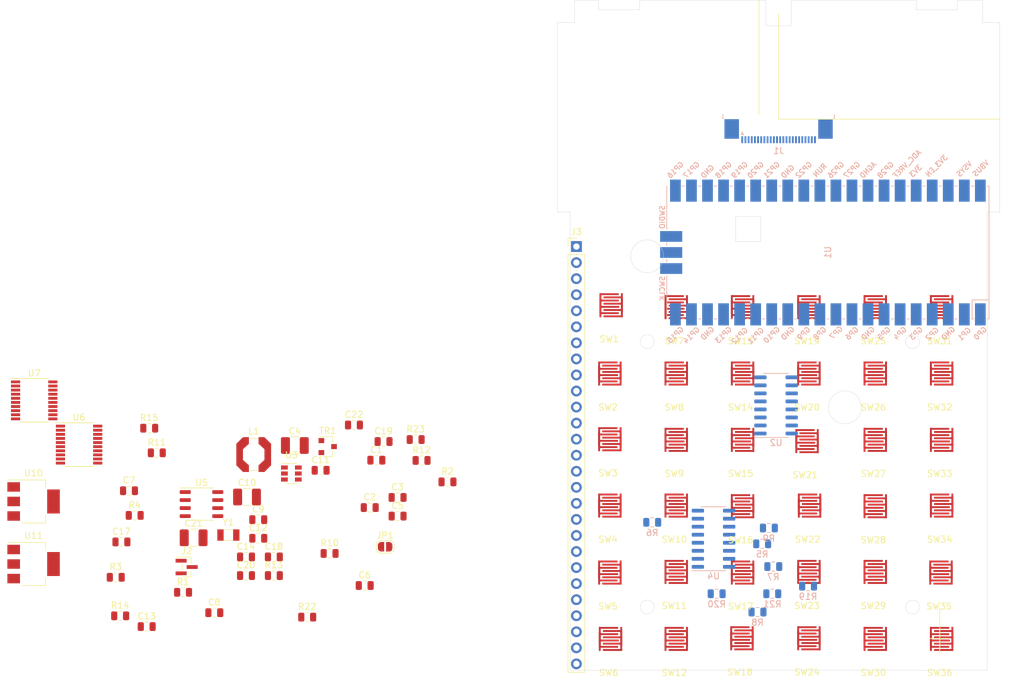
<source format=kicad_pcb>
(kicad_pcb (version 20171130) (host pcbnew 5.1.5+dfsg1-2build2)
  (layers (0 F.Cu signal) (31 B.Cu signal) (34 B.Paste user) (35 F.Paste user) (36 B.SilkS user) (37 F.SilkS user) (38 B.Mask user) (39 F.Mask user) (44 Edge.Cuts user))
  (net 0 "")
  (net 1 GND)
  (net 2 +3V3)
  (net 3 "Net-(C2-Pad1)")
  (net 4 "Net-(C10-Pad2)")
  (net 5 "Net-(C10-Pad1)")
  (net 6 "Net-(C13-Pad1)")
  (net 7 "Net-(C14-Pad1)")
  (net 8 VBAT)
  (net 9 VccPico)
  (net 10 VccESP)
  (net 11 VOLED)
  (net 12 SWD)
  (net 13 SWCLK)
  (net 14 "Net-(D1-Pad2)")
  (net 15 P57)
  (net 16 "Net-(J1-Pad21)")
  (net 17 OLED_SCL)
  (net 18 OLED_SDA)
  (net 19 P52)
  (net 20 P54)
  (net 21 "Net-(R10-Pad1)")
  (net 22 "Net-(R11-Pad2)")
  (net 23 RTC_SDA)
  (net 24 RTC_SCL)
  (net 25 LS_DIR)
  (net 26 P55)
  (net 27 P56)
  (net 28 "Net-(R22-Pad2)")
  (net 29 K2)
  (net 30 p53)
  (net 31 K3)
  (net 32 K1)
  (net 33 K4)
  (net 34 K7)
  (net 35 K5)
  (net 36 K6)
  (net 37 DRV_HV)
  (net 38 P_SPGM)
  (net 39 P_SS)
  (net 40 P_SOE)
  (net 41 P_SMR)
  (net 42 P_SCLK)
  (net 43 SCLK)
  (net 44 SMR)
  (net 45 SOE)
  (net 46 SS)
  (net 47 SPGM)
  (net 48 P_SD0)
  (net 49 P_SD1)
  (net 50 P_SD2)
  (net 51 P_SD3)
  (net 52 P_SD4)
  (net 53 P_SD5)
  (net 54 P_SD6)
  (net 55 P_SD7)
  (net 56 SD7)
  (net 57 SD6)
  (net 58 SD5)
  (net 59 SD4)
  (net 60 SD3)
  (net 61 SD2)
  (net 62 SD1)
  (net 63 SD0)
  (net 64 OLED_RES)
  (net 65 P50)
  (net 66 P51)
  (net 67 P53)
  (net 68 LATCHIN)
  (net 69 SCLKIN)
  (net 70 SDAIN)
  (net 71 LATCHOUT)
  (net 72 SCLKOUT)
  (net 73 SDAOUT)
  (module Package_SO:SOIC-16_3.9x9.9mm_P1.27mm (layer B.Cu) (at 92.3 158.9)
    (fp_text reference U4 (at 0 5.9) (layer B.SilkS) (effects (justify mirror)))
    (fp_text value 74LS165)
    (pad 16 smd roundrect (at 2.475 4.445) (size 1.95 0.6) (layers B.Cu B.Paste B.Mask) (net 2 +3V3))
    (pad 15 smd roundrect (at 2.475 3.175) (size 1.95 0.6) (layers B.Cu B.Paste B.Mask) (net 1 GND))
    (pad 14 smd roundrect (at 2.475 1.905) (size 1.95 0.6) (layers B.Cu B.Paste B.Mask) (net 67 P53))
    (pad 13 smd roundrect (at 2.475 0.635) (size 1.95 0.6) (layers B.Cu B.Paste B.Mask) (net 19 P52))
    (pad 12 smd roundrect (at 2.475 -0.635) (size 1.95 0.6) (layers B.Cu B.Paste B.Mask) (net 66 P51))
    (pad 11 smd roundrect (at 2.475 -1.905) (size 1.95 0.6) (layers B.Cu B.Paste B.Mask) (net 65 P50))
    (pad 10 smd roundrect (at 2.475 -3.175) (size 1.95 0.6) (layers B.Cu B.Paste B.Mask) (net 1 GND))
    (pad 9 smd roundrect (at 2.475 -4.445) (size 1.95 0.6) (layers B.Cu B.Paste B.Mask) (net 70 SDAIN))
    (pad 8 smd roundrect (at -2.475 -4.445) (size 1.95 0.6) (layers B.Cu B.Paste B.Mask) (net 1 GND))
    (pad 7 smd roundrect (at -2.475 -3.175) (size 1.95 0.6) (layers B.Cu B.Paste B.Mask))
    (pad 6 smd roundrect (at -2.475 -1.905) (size 1.95 0.6) (layers B.Cu B.Paste B.Mask) (net 15 P57))
    (pad 5 smd roundrect (at -2.475 -0.635) (size 1.95 0.6) (layers B.Cu B.Paste B.Mask) (net 27 P56))
    (pad 4 smd roundrect (at -2.475 0.635) (size 1.95 0.6) (layers B.Cu B.Paste B.Mask) (net 26 P55))
    (pad 3 smd roundrect (at -2.475 1.905) (size 1.95 0.6) (layers B.Cu B.Paste B.Mask) (net 20 P54))
    (pad 2 smd roundrect (at -2.475 3.175) (size 1.95 0.6) (layers B.Cu B.Paste B.Mask) (net 69 SCLKIN))
    (pad 1 smd roundrect (at -2.475 4.445) (size 1.95 0.6) (layers B.Cu B.Paste B.Mask) (net 68 LATCHIN))
  )
  (module Package_SO:SOIC-16_3.9x9.9mm_P1.27mm (layer B.Cu) (at 102.2 137.8)
    (fp_text reference U2 (at 0 5.9) (layer B.SilkS) (effects (justify mirror)))
    (fp_text value 74HC595)
    (pad 16 smd roundrect (at 2.475 4.445) (size 1.95 0.6) (layers B.Cu B.Paste B.Mask) (net 2 +3V3))
    (pad 15 smd roundrect (at 2.475 3.175) (size 1.95 0.6) (layers B.Cu B.Paste B.Mask) (net 32 K1))
    (pad 14 smd roundrect (at 2.475 1.905) (size 1.95 0.6) (layers B.Cu B.Paste B.Mask) (net 73 SDAOUT))
    (pad 13 smd roundrect (at 2.475 0.635) (size 1.95 0.6) (layers B.Cu B.Paste B.Mask) (net 1 GND))
    (pad 12 smd roundrect (at 2.475 -0.635) (size 1.95 0.6) (layers B.Cu B.Paste B.Mask) (net 71 LATCHOUT))
    (pad 11 smd roundrect (at 2.475 -1.905) (size 1.95 0.6) (layers B.Cu B.Paste B.Mask) (net 72 SCLKOUT))
    (pad 10 smd roundrect (at 2.475 -3.175) (size 1.95 0.6) (layers B.Cu B.Paste B.Mask) (net 2 +3V3))
    (pad 9 smd roundrect (at 2.475 -4.445) (size 1.95 0.6) (layers B.Cu B.Paste B.Mask))
    (pad 8 smd roundrect (at -2.475 -4.445) (size 1.95 0.6) (layers B.Cu B.Paste B.Mask) (net 1 GND))
    (pad 7 smd roundrect (at -2.475 -3.175) (size 1.95 0.6) (layers B.Cu B.Paste B.Mask) (net 64 OLED_RES))
    (pad 6 smd roundrect (at -2.475 -1.905) (size 1.95 0.6) (layers B.Cu B.Paste B.Mask) (net 34 K7))
    (pad 5 smd roundrect (at -2.475 -0.635) (size 1.95 0.6) (layers B.Cu B.Paste B.Mask) (net 36 K6))
    (pad 4 smd roundrect (at -2.475 0.635) (size 1.95 0.6) (layers B.Cu B.Paste B.Mask) (net 35 K5))
    (pad 3 smd roundrect (at -2.475 1.905) (size 1.95 0.6) (layers B.Cu B.Paste B.Mask) (net 33 K4))
    (pad 2 smd roundrect (at -2.475 3.175) (size 1.95 0.6) (layers B.Cu B.Paste B.Mask) (net 31 K3))
    (pad 1 smd roundrect (at -2.475 4.445) (size 1.95 0.6) (layers B.Cu B.Paste B.Mask) (net 29 K2))
  )
  (module ajm_kicad:TE_2-1734839-4_1x24-1MP_P0.5mm_Horizontal_reversed_pinout (layer B.Cu) (at 102.6 94.4)
    (fp_text reference J1 (at 0 3.1) (layer B.SilkS) (effects (justify mirror)))
    (fp_text value Conn_01x24_Female)
    (pad MP smd rect (at 7.42 -0.35) (size 2.3 3.1) (layers B.Cu B.Paste B.Mask))
    (pad MP smd rect (at -7.42 -0.35) (size 2.3 3.1) (layers B.Cu B.Paste B.Mask))
    (pad 24 smd rect (at -5.75 1.35 180) (size 0.3 1.1) (layers B.Cu B.Paste B.Mask) (net 1 GND))
    (pad 23 smd rect (at -5.25 1.35 180) (size 0.3 1.1) (layers B.Cu B.Paste B.Mask) (net 11 VOLED))
    (pad 22 smd rect (at -4.75 1.35 180) (size 0.3 1.1) (layers B.Cu B.Paste B.Mask) (net 3 "Net-(C2-Pad1)"))
    (pad 21 smd rect (at -4.25 1.35 180) (size 0.3 1.1) (layers B.Cu B.Paste B.Mask) (net 16 "Net-(J1-Pad21)"))
    (pad 20 smd rect (at -3.75 1.35 180) (size 0.3 1.1) (layers B.Cu B.Paste B.Mask) (net 1 GND))
    (pad 19 smd rect (at -3.25 1.35 180) (size 0.3 1.1) (layers B.Cu B.Paste B.Mask) (net 1 GND))
    (pad 18 smd rect (at -2.75 1.35 180) (size 0.3 1.1) (layers B.Cu B.Paste B.Mask) (net 1 GND))
    (pad 17 smd rect (at -2.25 1.35 180) (size 0.3 1.1) (layers B.Cu B.Paste B.Mask) (net 1 GND))
    (pad 16 smd rect (at -1.75 1.35 180) (size 0.3 1.1) (layers B.Cu B.Paste B.Mask) (net 1 GND))
    (pad 15 smd rect (at -1.25 1.35 180) (size 0.3 1.1) (layers B.Cu B.Paste B.Mask) (net 18 OLED_SDA))
    (pad 14 smd rect (at -0.75 1.35 180) (size 0.3 1.1) (layers B.Cu B.Paste B.Mask) (net 18 OLED_SDA))
    (pad 13 smd rect (at -0.25 1.35 180) (size 0.3 1.1) (layers B.Cu B.Paste B.Mask) (net 17 OLED_SCL))
    (pad 12 smd rect (at 0.25 1.35 180) (size 0.3 1.1) (layers B.Cu B.Paste B.Mask) (net 1 GND))
    (pad 11 smd rect (at 0.75 1.35 180) (size 0.3 1.1) (layers B.Cu B.Paste B.Mask) (net 1 GND))
    (pad 10 smd rect (at 1.25 1.35 180) (size 0.3 1.1) (layers B.Cu B.Paste B.Mask))
    (pad 9 smd rect (at 1.75 1.35 180) (size 0.3 1.1) (layers B.Cu B.Paste B.Mask) (net 64 OLED_RES))
    (pad 8 smd rect (at 2.25 1.35 180) (size 0.3 1.1) (layers B.Cu B.Paste B.Mask) (net 1 GND))
    (pad 7 smd rect (at 2.75 1.35 180) (size 0.3 1.1) (layers B.Cu B.Paste B.Mask) (net 1 GND))
    (pad 6 smd rect (at 3.25 1.35 180) (size 0.3 1.1) (layers B.Cu B.Paste B.Mask) (net 2 +3V3))
    (pad 5 smd rect (at 3.75 1.35 180) (size 0.3 1.1) (layers B.Cu B.Paste B.Mask) (net 2 +3V3))
    (pad 4 smd rect (at 4.25 1.35 180) (size 0.3 1.1) (layers B.Cu B.Paste B.Mask))
    (pad 3 smd rect (at 4.75 1.35 180) (size 0.3 1.1) (layers B.Cu B.Paste B.Mask) (net 1 GND))
    (pad 2 smd rect (at 5.25 1.35 180) (size 0.3 1.1) (layers B.Cu B.Paste B.Mask) (net 1 GND))
    (pad 1 smd rect (at 5.75 1.35 180) (size 0.3 1.1) (layers B.Cu B.Paste B.Mask) (net 1 GND))
  )
  (module ajm_kicad:fx502p_keypad (layer F.Cu) (at 128.4 122.2)
    (fp_text reference SW31 (at -0.3 5.4) (layer F.SilkS))
    (fp_text value right)
    (pad 1 smd rect (at -0.3 -1.7) (size 3 0.3) (layers F.Cu F.Mask) (net 32 K1))
    (pad 2 smd rect (at 0.3 -1.2) (size 3 0.3) (layers F.Cu F.Mask) (net 36 K6))
    (pad 1 smd rect (at -0.3 -0.7) (size 3 0.3) (layers F.Cu F.Mask) (net 32 K1))
    (pad 2 smd rect (at 0.3 -0.2) (size 3 0.3) (layers F.Cu F.Mask) (net 36 K6))
    (pad 1 smd rect (at -0.2 0.3) (size 3 0.3) (layers F.Cu F.Mask) (net 32 K1))
    (pad 2 smd rect (at 0.3 0.8) (size 3 0.3) (layers F.Cu F.Mask) (net 36 K6))
    (pad 2 smd rect (at 0.3 1.8) (size 3 0.3) (layers F.Cu F.Mask) (net 36 K6))
    (pad 1 smd rect (at -0.3 1.3) (size 3 0.3) (layers F.Cu F.Mask) (net 32 K1))
    (pad 2 smd rect (at 1.7 0.45) (size 0.3 3) (layers F.Cu F.Mask) (net 36 K6))
    (pad 2 smd rect (at 1.7 -0.35) (size 0.3 3) (layers F.Cu F.Mask) (net 36 K6))
    (pad 1 smd rect (at -1.7 0.45) (size 0.3 3) (layers F.Cu F.Mask) (net 32 K1))
    (pad 1 smd rect (at -1.7 -0.35) (size 0.3 3) (layers F.Cu F.Mask) (net 32 K1))
  )
  (module ajm_kicad:fx502p_keypad (layer F.Cu) (at 128.4 174.7)
    (fp_text reference SW36 (at -0.3 5.4) (layer F.SilkS))
    (fp_text value exe)
    (pad 1 smd rect (at -0.3 -1.7) (size 3 0.3) (layers F.Cu F.Mask) (net 19 P52))
    (pad 2 smd rect (at 0.3 -1.2) (size 3 0.3) (layers F.Cu F.Mask) (net 36 K6))
    (pad 1 smd rect (at -0.3 -0.7) (size 3 0.3) (layers F.Cu F.Mask) (net 19 P52))
    (pad 2 smd rect (at 0.3 -0.2) (size 3 0.3) (layers F.Cu F.Mask) (net 36 K6))
    (pad 1 smd rect (at -0.2 0.3) (size 3 0.3) (layers F.Cu F.Mask) (net 19 P52))
    (pad 2 smd rect (at 0.3 0.8) (size 3 0.3) (layers F.Cu F.Mask) (net 36 K6))
    (pad 2 smd rect (at 0.3 1.8) (size 3 0.3) (layers F.Cu F.Mask) (net 36 K6))
    (pad 1 smd rect (at -0.3 1.3) (size 3 0.3) (layers F.Cu F.Mask) (net 19 P52))
    (pad 2 smd rect (at 1.7 0.45) (size 0.3 3) (layers F.Cu F.Mask) (net 36 K6))
    (pad 2 smd rect (at 1.7 -0.35) (size 0.3 3) (layers F.Cu F.Mask) (net 36 K6))
    (pad 1 smd rect (at -1.7 0.45) (size 0.3 3) (layers F.Cu F.Mask) (net 19 P52))
    (pad 1 smd rect (at -1.7 -0.35) (size 0.3 3) (layers F.Cu F.Mask) (net 19 P52))
  )
  (module ajm_kicad:fx502p_keypad (layer F.Cu) (at 128.3 164.2)
    (fp_text reference SW35 (at -0.3 5.4) (layer F.SilkS))
    (fp_text value x)
    (pad 1 smd rect (at -0.3 -1.7) (size 3 0.3) (layers F.Cu F.Mask) (net 30 p53))
    (pad 2 smd rect (at 0.3 -1.2) (size 3 0.3) (layers F.Cu F.Mask) (net 36 K6))
    (pad 1 smd rect (at -0.3 -0.7) (size 3 0.3) (layers F.Cu F.Mask) (net 30 p53))
    (pad 2 smd rect (at 0.3 -0.2) (size 3 0.3) (layers F.Cu F.Mask) (net 36 K6))
    (pad 1 smd rect (at -0.2 0.3) (size 3 0.3) (layers F.Cu F.Mask) (net 30 p53))
    (pad 2 smd rect (at 0.3 0.8) (size 3 0.3) (layers F.Cu F.Mask) (net 36 K6))
    (pad 2 smd rect (at 0.3 1.8) (size 3 0.3) (layers F.Cu F.Mask) (net 36 K6))
    (pad 1 smd rect (at -0.3 1.3) (size 3 0.3) (layers F.Cu F.Mask) (net 30 p53))
    (pad 2 smd rect (at 1.7 0.45) (size 0.3 3) (layers F.Cu F.Mask) (net 36 K6))
    (pad 2 smd rect (at 1.7 -0.35) (size 0.3 3) (layers F.Cu F.Mask) (net 36 K6))
    (pad 1 smd rect (at -1.7 0.45) (size 0.3 3) (layers F.Cu F.Mask) (net 30 p53))
    (pad 1 smd rect (at -1.7 -0.35) (size 0.3 3) (layers F.Cu F.Mask) (net 30 p53))
  )
  (module ajm_kicad:fx502p_keypad (layer F.Cu) (at 128.4 153.6)
    (fp_text reference SW34 (at -0.3 5.4) (layer F.SilkS))
    (fp_text value r)
    (pad 1 smd rect (at -0.3 -1.7) (size 3 0.3) (layers F.Cu F.Mask) (net 20 P54))
    (pad 2 smd rect (at 0.3 -1.2) (size 3 0.3) (layers F.Cu F.Mask) (net 36 K6))
    (pad 1 smd rect (at -0.3 -0.7) (size 3 0.3) (layers F.Cu F.Mask) (net 20 P54))
    (pad 2 smd rect (at 0.3 -0.2) (size 3 0.3) (layers F.Cu F.Mask) (net 36 K6))
    (pad 1 smd rect (at -0.2 0.3) (size 3 0.3) (layers F.Cu F.Mask) (net 20 P54))
    (pad 2 smd rect (at 0.3 0.8) (size 3 0.3) (layers F.Cu F.Mask) (net 36 K6))
    (pad 2 smd rect (at 0.3 1.8) (size 3 0.3) (layers F.Cu F.Mask) (net 36 K6))
    (pad 1 smd rect (at -0.3 1.3) (size 3 0.3) (layers F.Cu F.Mask) (net 20 P54))
    (pad 2 smd rect (at 1.7 0.45) (size 0.3 3) (layers F.Cu F.Mask) (net 36 K6))
    (pad 2 smd rect (at 1.7 -0.35) (size 0.3 3) (layers F.Cu F.Mask) (net 36 K6))
    (pad 1 smd rect (at -1.7 0.45) (size 0.3 3) (layers F.Cu F.Mask) (net 20 P54))
    (pad 1 smd rect (at -1.7 -0.35) (size 0.3 3) (layers F.Cu F.Mask) (net 20 P54))
  )
  (module ajm_kicad:fx502p_keypad (layer F.Cu) (at 128.4 143.2)
    (fp_text reference SW33 (at -0.3 5.4) (layer F.SilkS))
    (fp_text value L)
    (pad 1 smd rect (at -0.3 -1.7) (size 3 0.3) (layers F.Cu F.Mask) (net 26 P55))
    (pad 2 smd rect (at 0.3 -1.2) (size 3 0.3) (layers F.Cu F.Mask) (net 36 K6))
    (pad 1 smd rect (at -0.3 -0.7) (size 3 0.3) (layers F.Cu F.Mask) (net 26 P55))
    (pad 2 smd rect (at 0.3 -0.2) (size 3 0.3) (layers F.Cu F.Mask) (net 36 K6))
    (pad 1 smd rect (at -0.2 0.3) (size 3 0.3) (layers F.Cu F.Mask) (net 26 P55))
    (pad 2 smd rect (at 0.3 0.8) (size 3 0.3) (layers F.Cu F.Mask) (net 36 K6))
    (pad 2 smd rect (at 0.3 1.8) (size 3 0.3) (layers F.Cu F.Mask) (net 36 K6))
    (pad 1 smd rect (at -0.3 1.3) (size 3 0.3) (layers F.Cu F.Mask) (net 26 P55))
    (pad 2 smd rect (at 1.7 0.45) (size 0.3 3) (layers F.Cu F.Mask) (net 36 K6))
    (pad 2 smd rect (at 1.7 -0.35) (size 0.3 3) (layers F.Cu F.Mask) (net 36 K6))
    (pad 1 smd rect (at -1.7 0.45) (size 0.3 3) (layers F.Cu F.Mask) (net 26 P55))
    (pad 1 smd rect (at -1.7 -0.35) (size 0.3 3) (layers F.Cu F.Mask) (net 26 P55))
  )
  (module ajm_kicad:fx502p_keypad (layer F.Cu) (at 128.4 132.7)
    (fp_text reference SW32 (at -0.3 5.4) (layer F.SilkS))
    (fp_text value f)
    (pad 1 smd rect (at -0.3 -1.7) (size 3 0.3) (layers F.Cu F.Mask) (net 27 P56))
    (pad 2 smd rect (at 0.3 -1.2) (size 3 0.3) (layers F.Cu F.Mask) (net 36 K6))
    (pad 1 smd rect (at -0.3 -0.7) (size 3 0.3) (layers F.Cu F.Mask) (net 27 P56))
    (pad 2 smd rect (at 0.3 -0.2) (size 3 0.3) (layers F.Cu F.Mask) (net 36 K6))
    (pad 1 smd rect (at -0.2 0.3) (size 3 0.3) (layers F.Cu F.Mask) (net 27 P56))
    (pad 2 smd rect (at 0.3 0.8) (size 3 0.3) (layers F.Cu F.Mask) (net 36 K6))
    (pad 2 smd rect (at 0.3 1.8) (size 3 0.3) (layers F.Cu F.Mask) (net 36 K6))
    (pad 1 smd rect (at -0.3 1.3) (size 3 0.3) (layers F.Cu F.Mask) (net 27 P56))
    (pad 2 smd rect (at 1.7 0.45) (size 0.3 3) (layers F.Cu F.Mask) (net 36 K6))
    (pad 2 smd rect (at 1.7 -0.35) (size 0.3 3) (layers F.Cu F.Mask) (net 36 K6))
    (pad 1 smd rect (at -1.7 0.45) (size 0.3 3) (layers F.Cu F.Mask) (net 27 P56))
    (pad 1 smd rect (at -1.7 -0.35) (size 0.3 3) (layers F.Cu F.Mask) (net 27 P56))
  )
  (module ajm_kicad:fx502p_keypad (layer F.Cu) (at 117.9 174.7)
    (fp_text reference SW30 (at -0.3 5.4) (layer F.SilkS))
    (fp_text value spc)
    (pad 1 smd rect (at -0.3 -1.7) (size 3 0.3) (layers F.Cu F.Mask) (net 19 P52))
    (pad 2 smd rect (at 0.3 -1.2) (size 3 0.3) (layers F.Cu F.Mask) (net 35 K5))
    (pad 1 smd rect (at -0.3 -0.7) (size 3 0.3) (layers F.Cu F.Mask) (net 19 P52))
    (pad 2 smd rect (at 0.3 -0.2) (size 3 0.3) (layers F.Cu F.Mask) (net 35 K5))
    (pad 1 smd rect (at -0.2 0.3) (size 3 0.3) (layers F.Cu F.Mask) (net 19 P52))
    (pad 2 smd rect (at 0.3 0.8) (size 3 0.3) (layers F.Cu F.Mask) (net 35 K5))
    (pad 2 smd rect (at 0.3 1.8) (size 3 0.3) (layers F.Cu F.Mask) (net 35 K5))
    (pad 1 smd rect (at -0.3 1.3) (size 3 0.3) (layers F.Cu F.Mask) (net 19 P52))
    (pad 2 smd rect (at 1.7 0.45) (size 0.3 3) (layers F.Cu F.Mask) (net 35 K5))
    (pad 2 smd rect (at 1.7 -0.35) (size 0.3 3) (layers F.Cu F.Mask) (net 35 K5))
    (pad 1 smd rect (at -1.7 0.45) (size 0.3 3) (layers F.Cu F.Mask) (net 19 P52))
    (pad 1 smd rect (at -1.7 -0.35) (size 0.3 3) (layers F.Cu F.Mask) (net 19 P52))
  )
  (module ajm_kicad:fx502p_keypad (layer F.Cu) (at 117.9 164.1)
    (fp_text reference SW29 (at -0.3 5.4) (layer F.SilkS))
    (fp_text value w)
    (pad 1 smd rect (at -0.3 -1.7) (size 3 0.3) (layers F.Cu F.Mask) (net 30 p53))
    (pad 2 smd rect (at 0.3 -1.2) (size 3 0.3) (layers F.Cu F.Mask) (net 35 K5))
    (pad 1 smd rect (at -0.3 -0.7) (size 3 0.3) (layers F.Cu F.Mask) (net 30 p53))
    (pad 2 smd rect (at 0.3 -0.2) (size 3 0.3) (layers F.Cu F.Mask) (net 35 K5))
    (pad 1 smd rect (at -0.2 0.3) (size 3 0.3) (layers F.Cu F.Mask) (net 30 p53))
    (pad 2 smd rect (at 0.3 0.8) (size 3 0.3) (layers F.Cu F.Mask) (net 35 K5))
    (pad 2 smd rect (at 0.3 1.8) (size 3 0.3) (layers F.Cu F.Mask) (net 35 K5))
    (pad 1 smd rect (at -0.3 1.3) (size 3 0.3) (layers F.Cu F.Mask) (net 30 p53))
    (pad 2 smd rect (at 1.7 0.45) (size 0.3 3) (layers F.Cu F.Mask) (net 35 K5))
    (pad 2 smd rect (at 1.7 -0.35) (size 0.3 3) (layers F.Cu F.Mask) (net 35 K5))
    (pad 1 smd rect (at -1.7 0.45) (size 0.3 3) (layers F.Cu F.Mask) (net 30 p53))
    (pad 1 smd rect (at -1.7 -0.35) (size 0.3 3) (layers F.Cu F.Mask) (net 30 p53))
  )
  (module ajm_kicad:fx502p_keypad (layer F.Cu) (at 117.9 153.7)
    (fp_text reference SW28 (at -0.3 5.4) (layer F.SilkS))
    (fp_text value q)
    (pad 1 smd rect (at -0.3 -1.7) (size 3 0.3) (layers F.Cu F.Mask) (net 20 P54))
    (pad 2 smd rect (at 0.3 -1.2) (size 3 0.3) (layers F.Cu F.Mask) (net 35 K5))
    (pad 1 smd rect (at -0.3 -0.7) (size 3 0.3) (layers F.Cu F.Mask) (net 20 P54))
    (pad 2 smd rect (at 0.3 -0.2) (size 3 0.3) (layers F.Cu F.Mask) (net 35 K5))
    (pad 1 smd rect (at -0.2 0.3) (size 3 0.3) (layers F.Cu F.Mask) (net 20 P54))
    (pad 2 smd rect (at 0.3 0.8) (size 3 0.3) (layers F.Cu F.Mask) (net 35 K5))
    (pad 2 smd rect (at 0.3 1.8) (size 3 0.3) (layers F.Cu F.Mask) (net 35 K5))
    (pad 1 smd rect (at -0.3 1.3) (size 3 0.3) (layers F.Cu F.Mask) (net 20 P54))
    (pad 2 smd rect (at 1.7 0.45) (size 0.3 3) (layers F.Cu F.Mask) (net 35 K5))
    (pad 2 smd rect (at 1.7 -0.35) (size 0.3 3) (layers F.Cu F.Mask) (net 35 K5))
    (pad 1 smd rect (at -1.7 0.45) (size 0.3 3) (layers F.Cu F.Mask) (net 20 P54))
    (pad 1 smd rect (at -1.7 -0.35) (size 0.3 3) (layers F.Cu F.Mask) (net 20 P54))
  )
  (module ajm_kicad:fx502p_keypad (layer F.Cu) (at 117.9 143.2)
    (fp_text reference SW27 (at -0.3 5.4) (layer F.SilkS))
    (fp_text value k)
    (pad 1 smd rect (at -0.3 -1.7) (size 3 0.3) (layers F.Cu F.Mask) (net 26 P55))
    (pad 2 smd rect (at 0.3 -1.2) (size 3 0.3) (layers F.Cu F.Mask) (net 35 K5))
    (pad 1 smd rect (at -0.3 -0.7) (size 3 0.3) (layers F.Cu F.Mask) (net 26 P55))
    (pad 2 smd rect (at 0.3 -0.2) (size 3 0.3) (layers F.Cu F.Mask) (net 35 K5))
    (pad 1 smd rect (at -0.2 0.3) (size 3 0.3) (layers F.Cu F.Mask) (net 26 P55))
    (pad 2 smd rect (at 0.3 0.8) (size 3 0.3) (layers F.Cu F.Mask) (net 35 K5))
    (pad 2 smd rect (at 0.3 1.8) (size 3 0.3) (layers F.Cu F.Mask) (net 35 K5))
    (pad 1 smd rect (at -0.3 1.3) (size 3 0.3) (layers F.Cu F.Mask) (net 26 P55))
    (pad 2 smd rect (at 1.7 0.45) (size 0.3 3) (layers F.Cu F.Mask) (net 35 K5))
    (pad 2 smd rect (at 1.7 -0.35) (size 0.3 3) (layers F.Cu F.Mask) (net 35 K5))
    (pad 1 smd rect (at -1.7 0.45) (size 0.3 3) (layers F.Cu F.Mask) (net 26 P55))
    (pad 1 smd rect (at -1.7 -0.35) (size 0.3 3) (layers F.Cu F.Mask) (net 26 P55))
  )
  (module ajm_kicad:fx502p_keypad (layer F.Cu) (at 117.9 132.7)
    (fp_text reference SW26 (at -0.3 5.4) (layer F.SilkS))
    (fp_text value e)
    (pad 1 smd rect (at -0.3 -1.7) (size 3 0.3) (layers F.Cu F.Mask) (net 27 P56))
    (pad 2 smd rect (at 0.3 -1.2) (size 3 0.3) (layers F.Cu F.Mask) (net 35 K5))
    (pad 1 smd rect (at -0.3 -0.7) (size 3 0.3) (layers F.Cu F.Mask) (net 27 P56))
    (pad 2 smd rect (at 0.3 -0.2) (size 3 0.3) (layers F.Cu F.Mask) (net 35 K5))
    (pad 1 smd rect (at -0.2 0.3) (size 3 0.3) (layers F.Cu F.Mask) (net 27 P56))
    (pad 2 smd rect (at 0.3 0.8) (size 3 0.3) (layers F.Cu F.Mask) (net 35 K5))
    (pad 2 smd rect (at 0.3 1.8) (size 3 0.3) (layers F.Cu F.Mask) (net 35 K5))
    (pad 1 smd rect (at -0.3 1.3) (size 3 0.3) (layers F.Cu F.Mask) (net 27 P56))
    (pad 2 smd rect (at 1.7 0.45) (size 0.3 3) (layers F.Cu F.Mask) (net 35 K5))
    (pad 2 smd rect (at 1.7 -0.35) (size 0.3 3) (layers F.Cu F.Mask) (net 35 K5))
    (pad 1 smd rect (at -1.7 0.45) (size 0.3 3) (layers F.Cu F.Mask) (net 27 P56))
    (pad 1 smd rect (at -1.7 -0.35) (size 0.3 3) (layers F.Cu F.Mask) (net 27 P56))
  )
  (module ajm_kicad:fx502p_keypad (layer F.Cu) (at 117.9 122.2)
    (fp_text reference SW25 (at -0.3 5.4) (layer F.SilkS))
    (fp_text value left)
    (pad 1 smd rect (at -0.3 -1.7) (size 3 0.3) (layers F.Cu F.Mask) (net 32 K1))
    (pad 2 smd rect (at 0.3 -1.2) (size 3 0.3) (layers F.Cu F.Mask) (net 35 K5))
    (pad 1 smd rect (at -0.3 -0.7) (size 3 0.3) (layers F.Cu F.Mask) (net 32 K1))
    (pad 2 smd rect (at 0.3 -0.2) (size 3 0.3) (layers F.Cu F.Mask) (net 35 K5))
    (pad 1 smd rect (at -0.2 0.3) (size 3 0.3) (layers F.Cu F.Mask) (net 32 K1))
    (pad 2 smd rect (at 0.3 0.8) (size 3 0.3) (layers F.Cu F.Mask) (net 35 K5))
    (pad 2 smd rect (at 0.3 1.8) (size 3 0.3) (layers F.Cu F.Mask) (net 35 K5))
    (pad 1 smd rect (at -0.3 1.3) (size 3 0.3) (layers F.Cu F.Mask) (net 32 K1))
    (pad 2 smd rect (at 1.7 0.45) (size 0.3 3) (layers F.Cu F.Mask) (net 35 K5))
    (pad 2 smd rect (at 1.7 -0.35) (size 0.3 3) (layers F.Cu F.Mask) (net 35 K5))
    (pad 1 smd rect (at -1.7 0.45) (size 0.3 3) (layers F.Cu F.Mask) (net 32 K1))
    (pad 1 smd rect (at -1.7 -0.35) (size 0.3 3) (layers F.Cu F.Mask) (net 32 K1))
  )
  (module ajm_kicad:fx502p_keypad (layer F.Cu) (at 107.4 174.6)
    (fp_text reference SW24 (at -0.3 5.4) (layer F.SilkS))
    (fp_text value z)
    (pad 1 smd rect (at -0.3 -1.7) (size 3 0.3) (layers F.Cu F.Mask) (net 19 P52))
    (pad 2 smd rect (at 0.3 -1.2) (size 3 0.3) (layers F.Cu F.Mask) (net 34 K7))
    (pad 1 smd rect (at -0.3 -0.7) (size 3 0.3) (layers F.Cu F.Mask) (net 19 P52))
    (pad 2 smd rect (at 0.3 -0.2) (size 3 0.3) (layers F.Cu F.Mask) (net 34 K7))
    (pad 1 smd rect (at -0.2 0.3) (size 3 0.3) (layers F.Cu F.Mask) (net 19 P52))
    (pad 2 smd rect (at 0.3 0.8) (size 3 0.3) (layers F.Cu F.Mask) (net 34 K7))
    (pad 2 smd rect (at 0.3 1.8) (size 3 0.3) (layers F.Cu F.Mask) (net 34 K7))
    (pad 1 smd rect (at -0.3 1.3) (size 3 0.3) (layers F.Cu F.Mask) (net 19 P52))
    (pad 2 smd rect (at 1.7 0.45) (size 0.3 3) (layers F.Cu F.Mask) (net 34 K7))
    (pad 2 smd rect (at 1.7 -0.35) (size 0.3 3) (layers F.Cu F.Mask) (net 34 K7))
    (pad 1 smd rect (at -1.7 0.45) (size 0.3 3) (layers F.Cu F.Mask) (net 19 P52))
    (pad 1 smd rect (at -1.7 -0.35) (size 0.3 3) (layers F.Cu F.Mask) (net 19 P52))
  )
  (module ajm_kicad:fx502p_keypad (layer F.Cu) (at 107.4 164.1)
    (fp_text reference SW23 (at -0.3 5.4) (layer F.SilkS))
    (fp_text value v)
    (pad 1 smd rect (at -0.3 -1.7) (size 3 0.3) (layers F.Cu F.Mask) (net 30 p53))
    (pad 2 smd rect (at 0.3 -1.2) (size 3 0.3) (layers F.Cu F.Mask) (net 34 K7))
    (pad 1 smd rect (at -0.3 -0.7) (size 3 0.3) (layers F.Cu F.Mask) (net 30 p53))
    (pad 2 smd rect (at 0.3 -0.2) (size 3 0.3) (layers F.Cu F.Mask) (net 34 K7))
    (pad 1 smd rect (at -0.2 0.3) (size 3 0.3) (layers F.Cu F.Mask) (net 30 p53))
    (pad 2 smd rect (at 0.3 0.8) (size 3 0.3) (layers F.Cu F.Mask) (net 34 K7))
    (pad 2 smd rect (at 0.3 1.8) (size 3 0.3) (layers F.Cu F.Mask) (net 34 K7))
    (pad 1 smd rect (at -0.3 1.3) (size 3 0.3) (layers F.Cu F.Mask) (net 30 p53))
    (pad 2 smd rect (at 1.7 0.45) (size 0.3 3) (layers F.Cu F.Mask) (net 34 K7))
    (pad 2 smd rect (at 1.7 -0.35) (size 0.3 3) (layers F.Cu F.Mask) (net 34 K7))
    (pad 1 smd rect (at -1.7 0.45) (size 0.3 3) (layers F.Cu F.Mask) (net 30 p53))
    (pad 1 smd rect (at -1.7 -0.35) (size 0.3 3) (layers F.Cu F.Mask) (net 30 p53))
  )
  (module ajm_kicad:fx502p_keypad (layer F.Cu) (at 107.5 153.6)
    (fp_text reference SW22 (at -0.3 5.4) (layer F.SilkS))
    (fp_text value p)
    (pad 1 smd rect (at -0.3 -1.7) (size 3 0.3) (layers F.Cu F.Mask) (net 20 P54))
    (pad 2 smd rect (at 0.3 -1.2) (size 3 0.3) (layers F.Cu F.Mask) (net 34 K7))
    (pad 1 smd rect (at -0.3 -0.7) (size 3 0.3) (layers F.Cu F.Mask) (net 20 P54))
    (pad 2 smd rect (at 0.3 -0.2) (size 3 0.3) (layers F.Cu F.Mask) (net 34 K7))
    (pad 1 smd rect (at -0.2 0.3) (size 3 0.3) (layers F.Cu F.Mask) (net 20 P54))
    (pad 2 smd rect (at 0.3 0.8) (size 3 0.3) (layers F.Cu F.Mask) (net 34 K7))
    (pad 2 smd rect (at 0.3 1.8) (size 3 0.3) (layers F.Cu F.Mask) (net 34 K7))
    (pad 1 smd rect (at -0.3 1.3) (size 3 0.3) (layers F.Cu F.Mask) (net 20 P54))
    (pad 2 smd rect (at 1.7 0.45) (size 0.3 3) (layers F.Cu F.Mask) (net 34 K7))
    (pad 2 smd rect (at 1.7 -0.35) (size 0.3 3) (layers F.Cu F.Mask) (net 34 K7))
    (pad 1 smd rect (at -1.7 0.45) (size 0.3 3) (layers F.Cu F.Mask) (net 20 P54))
    (pad 1 smd rect (at -1.7 -0.35) (size 0.3 3) (layers F.Cu F.Mask) (net 20 P54))
  )
  (module ajm_kicad:fx502p_keypad (layer F.Cu) (at 107.1 143.4)
    (fp_text reference SW21 (at -0.3 5.4) (layer F.SilkS))
    (fp_text value j)
    (pad 1 smd rect (at -0.3 -1.7) (size 3 0.3) (layers F.Cu F.Mask) (net 26 P55))
    (pad 2 smd rect (at 0.3 -1.2) (size 3 0.3) (layers F.Cu F.Mask) (net 34 K7))
    (pad 1 smd rect (at -0.3 -0.7) (size 3 0.3) (layers F.Cu F.Mask) (net 26 P55))
    (pad 2 smd rect (at 0.3 -0.2) (size 3 0.3) (layers F.Cu F.Mask) (net 34 K7))
    (pad 1 smd rect (at -0.2 0.3) (size 3 0.3) (layers F.Cu F.Mask) (net 26 P55))
    (pad 2 smd rect (at 0.3 0.8) (size 3 0.3) (layers F.Cu F.Mask) (net 34 K7))
    (pad 2 smd rect (at 0.3 1.8) (size 3 0.3) (layers F.Cu F.Mask) (net 34 K7))
    (pad 1 smd rect (at -0.3 1.3) (size 3 0.3) (layers F.Cu F.Mask) (net 26 P55))
    (pad 2 smd rect (at 1.7 0.45) (size 0.3 3) (layers F.Cu F.Mask) (net 34 K7))
    (pad 2 smd rect (at 1.7 -0.35) (size 0.3 3) (layers F.Cu F.Mask) (net 34 K7))
    (pad 1 smd rect (at -1.7 0.45) (size 0.3 3) (layers F.Cu F.Mask) (net 26 P55))
    (pad 1 smd rect (at -1.7 -0.35) (size 0.3 3) (layers F.Cu F.Mask) (net 26 P55))
  )
  (module ajm_kicad:fx502p_keypad (layer F.Cu) (at 107.4 132.7)
    (fp_text reference SW20 (at -0.3 5.4) (layer F.SilkS))
    (fp_text value d)
    (pad 1 smd rect (at -0.3 -1.7) (size 3 0.3) (layers F.Cu F.Mask) (net 27 P56))
    (pad 2 smd rect (at 0.3 -1.2) (size 3 0.3) (layers F.Cu F.Mask) (net 34 K7))
    (pad 1 smd rect (at -0.3 -0.7) (size 3 0.3) (layers F.Cu F.Mask) (net 27 P56))
    (pad 2 smd rect (at 0.3 -0.2) (size 3 0.3) (layers F.Cu F.Mask) (net 34 K7))
    (pad 1 smd rect (at -0.2 0.3) (size 3 0.3) (layers F.Cu F.Mask) (net 27 P56))
    (pad 2 smd rect (at 0.3 0.8) (size 3 0.3) (layers F.Cu F.Mask) (net 34 K7))
    (pad 2 smd rect (at 0.3 1.8) (size 3 0.3) (layers F.Cu F.Mask) (net 34 K7))
    (pad 1 smd rect (at -0.3 1.3) (size 3 0.3) (layers F.Cu F.Mask) (net 27 P56))
    (pad 2 smd rect (at 1.7 0.45) (size 0.3 3) (layers F.Cu F.Mask) (net 34 K7))
    (pad 2 smd rect (at 1.7 -0.35) (size 0.3 3) (layers F.Cu F.Mask) (net 34 K7))
    (pad 1 smd rect (at -1.7 0.45) (size 0.3 3) (layers F.Cu F.Mask) (net 27 P56))
    (pad 1 smd rect (at -1.7 -0.35) (size 0.3 3) (layers F.Cu F.Mask) (net 27 P56))
  )
  (module ajm_kicad:fx502p_keypad (layer F.Cu) (at 107.4 122.2)
    (fp_text reference SW19 (at -0.3 5.4) (layer F.SilkS))
    (fp_text value down)
    (pad 1 smd rect (at -0.3 -1.7) (size 3 0.3) (layers F.Cu F.Mask) (net 32 K1))
    (pad 2 smd rect (at 0.3 -1.2) (size 3 0.3) (layers F.Cu F.Mask) (net 34 K7))
    (pad 1 smd rect (at -0.3 -0.7) (size 3 0.3) (layers F.Cu F.Mask) (net 32 K1))
    (pad 2 smd rect (at 0.3 -0.2) (size 3 0.3) (layers F.Cu F.Mask) (net 34 K7))
    (pad 1 smd rect (at -0.2 0.3) (size 3 0.3) (layers F.Cu F.Mask) (net 32 K1))
    (pad 2 smd rect (at 0.3 0.8) (size 3 0.3) (layers F.Cu F.Mask) (net 34 K7))
    (pad 2 smd rect (at 0.3 1.8) (size 3 0.3) (layers F.Cu F.Mask) (net 34 K7))
    (pad 1 smd rect (at -0.3 1.3) (size 3 0.3) (layers F.Cu F.Mask) (net 32 K1))
    (pad 2 smd rect (at 1.7 0.45) (size 0.3 3) (layers F.Cu F.Mask) (net 34 K7))
    (pad 2 smd rect (at 1.7 -0.35) (size 0.3 3) (layers F.Cu F.Mask) (net 34 K7))
    (pad 1 smd rect (at -1.7 0.45) (size 0.3 3) (layers F.Cu F.Mask) (net 32 K1))
    (pad 1 smd rect (at -1.7 -0.35) (size 0.3 3) (layers F.Cu F.Mask) (net 32 K1))
  )
  (module ajm_kicad:fx502p_keypad (layer F.Cu) (at 96.8 174.6)
    (fp_text reference SW18 (at -0.3 5.4) (layer F.SilkS))
    (fp_text value y)
    (pad 1 smd rect (at -0.3 -1.7) (size 3 0.3) (layers F.Cu F.Mask) (net 19 P52))
    (pad 2 smd rect (at 0.3 -1.2) (size 3 0.3) (layers F.Cu F.Mask) (net 33 K4))
    (pad 1 smd rect (at -0.3 -0.7) (size 3 0.3) (layers F.Cu F.Mask) (net 19 P52))
    (pad 2 smd rect (at 0.3 -0.2) (size 3 0.3) (layers F.Cu F.Mask) (net 33 K4))
    (pad 1 smd rect (at -0.2 0.3) (size 3 0.3) (layers F.Cu F.Mask) (net 19 P52))
    (pad 2 smd rect (at 0.3 0.8) (size 3 0.3) (layers F.Cu F.Mask) (net 33 K4))
    (pad 2 smd rect (at 0.3 1.8) (size 3 0.3) (layers F.Cu F.Mask) (net 33 K4))
    (pad 1 smd rect (at -0.3 1.3) (size 3 0.3) (layers F.Cu F.Mask) (net 19 P52))
    (pad 2 smd rect (at 1.7 0.45) (size 0.3 3) (layers F.Cu F.Mask) (net 33 K4))
    (pad 2 smd rect (at 1.7 -0.35) (size 0.3 3) (layers F.Cu F.Mask) (net 33 K4))
    (pad 1 smd rect (at -1.7 0.45) (size 0.3 3) (layers F.Cu F.Mask) (net 19 P52))
    (pad 1 smd rect (at -1.7 -0.35) (size 0.3 3) (layers F.Cu F.Mask) (net 19 P52))
  )
  (module ajm_kicad:fx502p_keypad (layer F.Cu) (at 96.9 164.2)
    (fp_text reference SW17 (at -0.3 5.4) (layer F.SilkS))
    (fp_text value u)
    (pad 1 smd rect (at -0.3 -1.7) (size 3 0.3) (layers F.Cu F.Mask) (net 30 p53))
    (pad 2 smd rect (at 0.3 -1.2) (size 3 0.3) (layers F.Cu F.Mask) (net 33 K4))
    (pad 1 smd rect (at -0.3 -0.7) (size 3 0.3) (layers F.Cu F.Mask) (net 30 p53))
    (pad 2 smd rect (at 0.3 -0.2) (size 3 0.3) (layers F.Cu F.Mask) (net 33 K4))
    (pad 1 smd rect (at -0.2 0.3) (size 3 0.3) (layers F.Cu F.Mask) (net 30 p53))
    (pad 2 smd rect (at 0.3 0.8) (size 3 0.3) (layers F.Cu F.Mask) (net 33 K4))
    (pad 2 smd rect (at 0.3 1.8) (size 3 0.3) (layers F.Cu F.Mask) (net 33 K4))
    (pad 1 smd rect (at -0.3 1.3) (size 3 0.3) (layers F.Cu F.Mask) (net 30 p53))
    (pad 2 smd rect (at 1.7 0.45) (size 0.3 3) (layers F.Cu F.Mask) (net 33 K4))
    (pad 2 smd rect (at 1.7 -0.35) (size 0.3 3) (layers F.Cu F.Mask) (net 33 K4))
    (pad 1 smd rect (at -1.7 0.45) (size 0.3 3) (layers F.Cu F.Mask) (net 30 p53))
    (pad 1 smd rect (at -1.7 -0.35) (size 0.3 3) (layers F.Cu F.Mask) (net 30 p53))
  )
  (module ajm_kicad:fx502p_keypad (layer F.Cu) (at 96.9 153.7)
    (fp_text reference SW16 (at -0.3 5.4) (layer F.SilkS))
    (fp_text value o)
    (pad 1 smd rect (at -0.3 -1.7) (size 3 0.3) (layers F.Cu F.Mask) (net 20 P54))
    (pad 2 smd rect (at 0.3 -1.2) (size 3 0.3) (layers F.Cu F.Mask) (net 33 K4))
    (pad 1 smd rect (at -0.3 -0.7) (size 3 0.3) (layers F.Cu F.Mask) (net 20 P54))
    (pad 2 smd rect (at 0.3 -0.2) (size 3 0.3) (layers F.Cu F.Mask) (net 33 K4))
    (pad 1 smd rect (at -0.2 0.3) (size 3 0.3) (layers F.Cu F.Mask) (net 20 P54))
    (pad 2 smd rect (at 0.3 0.8) (size 3 0.3) (layers F.Cu F.Mask) (net 33 K4))
    (pad 2 smd rect (at 0.3 1.8) (size 3 0.3) (layers F.Cu F.Mask) (net 33 K4))
    (pad 1 smd rect (at -0.3 1.3) (size 3 0.3) (layers F.Cu F.Mask) (net 20 P54))
    (pad 2 smd rect (at 1.7 0.45) (size 0.3 3) (layers F.Cu F.Mask) (net 33 K4))
    (pad 2 smd rect (at 1.7 -0.35) (size 0.3 3) (layers F.Cu F.Mask) (net 33 K4))
    (pad 1 smd rect (at -1.7 0.45) (size 0.3 3) (layers F.Cu F.Mask) (net 20 P54))
    (pad 1 smd rect (at -1.7 -0.35) (size 0.3 3) (layers F.Cu F.Mask) (net 20 P54))
  )
  (module ajm_kicad:fx502p_keypad (layer F.Cu) (at 96.9 143.2)
    (fp_text reference SW15 (at -0.3 5.4) (layer F.SilkS))
    (fp_text value i)
    (pad 1 smd rect (at -0.3 -1.7) (size 3 0.3) (layers F.Cu F.Mask) (net 26 P55))
    (pad 2 smd rect (at 0.3 -1.2) (size 3 0.3) (layers F.Cu F.Mask) (net 33 K4))
    (pad 1 smd rect (at -0.3 -0.7) (size 3 0.3) (layers F.Cu F.Mask) (net 26 P55))
    (pad 2 smd rect (at 0.3 -0.2) (size 3 0.3) (layers F.Cu F.Mask) (net 33 K4))
    (pad 1 smd rect (at -0.2 0.3) (size 3 0.3) (layers F.Cu F.Mask) (net 26 P55))
    (pad 2 smd rect (at 0.3 0.8) (size 3 0.3) (layers F.Cu F.Mask) (net 33 K4))
    (pad 2 smd rect (at 0.3 1.8) (size 3 0.3) (layers F.Cu F.Mask) (net 33 K4))
    (pad 1 smd rect (at -0.3 1.3) (size 3 0.3) (layers F.Cu F.Mask) (net 26 P55))
    (pad 2 smd rect (at 1.7 0.45) (size 0.3 3) (layers F.Cu F.Mask) (net 33 K4))
    (pad 2 smd rect (at 1.7 -0.35) (size 0.3 3) (layers F.Cu F.Mask) (net 33 K4))
    (pad 1 smd rect (at -1.7 0.45) (size 0.3 3) (layers F.Cu F.Mask) (net 26 P55))
    (pad 1 smd rect (at -1.7 -0.35) (size 0.3 3) (layers F.Cu F.Mask) (net 26 P55))
  )
  (module ajm_kicad:fx502p_keypad (layer F.Cu) (at 96.9 132.7)
    (fp_text reference SW14 (at -0.3 5.4) (layer F.SilkS))
    (fp_text value c)
    (pad 1 smd rect (at -0.3 -1.7) (size 3 0.3) (layers F.Cu F.Mask) (net 27 P56))
    (pad 2 smd rect (at 0.3 -1.2) (size 3 0.3) (layers F.Cu F.Mask) (net 33 K4))
    (pad 1 smd rect (at -0.3 -0.7) (size 3 0.3) (layers F.Cu F.Mask) (net 27 P56))
    (pad 2 smd rect (at 0.3 -0.2) (size 3 0.3) (layers F.Cu F.Mask) (net 33 K4))
    (pad 1 smd rect (at -0.2 0.3) (size 3 0.3) (layers F.Cu F.Mask) (net 27 P56))
    (pad 2 smd rect (at 0.3 0.8) (size 3 0.3) (layers F.Cu F.Mask) (net 33 K4))
    (pad 2 smd rect (at 0.3 1.8) (size 3 0.3) (layers F.Cu F.Mask) (net 33 K4))
    (pad 1 smd rect (at -0.3 1.3) (size 3 0.3) (layers F.Cu F.Mask) (net 27 P56))
    (pad 2 smd rect (at 1.7 0.45) (size 0.3 3) (layers F.Cu F.Mask) (net 33 K4))
    (pad 2 smd rect (at 1.7 -0.35) (size 0.3 3) (layers F.Cu F.Mask) (net 33 K4))
    (pad 1 smd rect (at -1.7 0.45) (size 0.3 3) (layers F.Cu F.Mask) (net 27 P56))
    (pad 1 smd rect (at -1.7 -0.35) (size 0.3 3) (layers F.Cu F.Mask) (net 27 P56))
  )
  (module ajm_kicad:fx502p_keypad (layer F.Cu) (at 96.9 122.2)
    (fp_text reference SW13 (at -0.3 5.4) (layer F.SilkS))
    (fp_text value up)
    (pad 1 smd rect (at -0.3 -1.7) (size 3 0.3) (layers F.Cu F.Mask) (net 32 K1))
    (pad 2 smd rect (at 0.3 -1.2) (size 3 0.3) (layers F.Cu F.Mask) (net 33 K4))
    (pad 1 smd rect (at -0.3 -0.7) (size 3 0.3) (layers F.Cu F.Mask) (net 32 K1))
    (pad 2 smd rect (at 0.3 -0.2) (size 3 0.3) (layers F.Cu F.Mask) (net 33 K4))
    (pad 1 smd rect (at -0.2 0.3) (size 3 0.3) (layers F.Cu F.Mask) (net 32 K1))
    (pad 2 smd rect (at 0.3 0.8) (size 3 0.3) (layers F.Cu F.Mask) (net 33 K4))
    (pad 2 smd rect (at 0.3 1.8) (size 3 0.3) (layers F.Cu F.Mask) (net 33 K4))
    (pad 1 smd rect (at -0.3 1.3) (size 3 0.3) (layers F.Cu F.Mask) (net 32 K1))
    (pad 2 smd rect (at 1.7 0.45) (size 0.3 3) (layers F.Cu F.Mask) (net 33 K4))
    (pad 2 smd rect (at 1.7 -0.35) (size 0.3 3) (layers F.Cu F.Mask) (net 33 K4))
    (pad 1 smd rect (at -1.7 0.45) (size 0.3 3) (layers F.Cu F.Mask) (net 32 K1))
    (pad 1 smd rect (at -1.7 -0.35) (size 0.3 3) (layers F.Cu F.Mask) (net 32 K1))
  )
  (module ajm_kicad:fx502p_keypad (layer F.Cu) (at 86.4 174.7)
    (fp_text reference SW12 (at -0.3 5.4) (layer F.SilkS))
    (fp_text value del)
    (pad 1 smd rect (at -0.3 -1.7) (size 3 0.3) (layers F.Cu F.Mask) (net 19 P52))
    (pad 2 smd rect (at 0.3 -1.2) (size 3 0.3) (layers F.Cu F.Mask) (net 31 K3))
    (pad 1 smd rect (at -0.3 -0.7) (size 3 0.3) (layers F.Cu F.Mask) (net 19 P52))
    (pad 2 smd rect (at 0.3 -0.2) (size 3 0.3) (layers F.Cu F.Mask) (net 31 K3))
    (pad 1 smd rect (at -0.2 0.3) (size 3 0.3) (layers F.Cu F.Mask) (net 19 P52))
    (pad 2 smd rect (at 0.3 0.8) (size 3 0.3) (layers F.Cu F.Mask) (net 31 K3))
    (pad 2 smd rect (at 0.3 1.8) (size 3 0.3) (layers F.Cu F.Mask) (net 31 K3))
    (pad 1 smd rect (at -0.3 1.3) (size 3 0.3) (layers F.Cu F.Mask) (net 19 P52))
    (pad 2 smd rect (at 1.7 0.45) (size 0.3 3) (layers F.Cu F.Mask) (net 31 K3))
    (pad 2 smd rect (at 1.7 -0.35) (size 0.3 3) (layers F.Cu F.Mask) (net 31 K3))
    (pad 1 smd rect (at -1.7 0.45) (size 0.3 3) (layers F.Cu F.Mask) (net 19 P52))
    (pad 1 smd rect (at -1.7 -0.35) (size 0.3 3) (layers F.Cu F.Mask) (net 19 P52))
  )
  (module ajm_kicad:fx502p_keypad (layer F.Cu) (at 86.4 164.1)
    (fp_text reference SW11 (at -0.3 5.4) (layer F.SilkS))
    (fp_text value t)
    (pad 1 smd rect (at -0.3 -1.7) (size 3 0.3) (layers F.Cu F.Mask) (net 30 p53))
    (pad 2 smd rect (at 0.3 -1.2) (size 3 0.3) (layers F.Cu F.Mask) (net 31 K3))
    (pad 1 smd rect (at -0.3 -0.7) (size 3 0.3) (layers F.Cu F.Mask) (net 30 p53))
    (pad 2 smd rect (at 0.3 -0.2) (size 3 0.3) (layers F.Cu F.Mask) (net 31 K3))
    (pad 1 smd rect (at -0.2 0.3) (size 3 0.3) (layers F.Cu F.Mask) (net 30 p53))
    (pad 2 smd rect (at 0.3 0.8) (size 3 0.3) (layers F.Cu F.Mask) (net 31 K3))
    (pad 2 smd rect (at 0.3 1.8) (size 3 0.3) (layers F.Cu F.Mask) (net 31 K3))
    (pad 1 smd rect (at -0.3 1.3) (size 3 0.3) (layers F.Cu F.Mask) (net 30 p53))
    (pad 2 smd rect (at 1.7 0.45) (size 0.3 3) (layers F.Cu F.Mask) (net 31 K3))
    (pad 2 smd rect (at 1.7 -0.35) (size 0.3 3) (layers F.Cu F.Mask) (net 31 K3))
    (pad 1 smd rect (at -1.7 0.45) (size 0.3 3) (layers F.Cu F.Mask) (net 30 p53))
    (pad 1 smd rect (at -1.7 -0.35) (size 0.3 3) (layers F.Cu F.Mask) (net 30 p53))
  )
  (module ajm_kicad:fx502p_keypad (layer F.Cu) (at 86.4 153.6)
    (fp_text reference SW10 (at -0.3 5.4) (layer F.SilkS))
    (fp_text value n)
    (pad 1 smd rect (at -0.3 -1.7) (size 3 0.3) (layers F.Cu F.Mask) (net 20 P54))
    (pad 2 smd rect (at 0.3 -1.2) (size 3 0.3) (layers F.Cu F.Mask) (net 31 K3))
    (pad 1 smd rect (at -0.3 -0.7) (size 3 0.3) (layers F.Cu F.Mask) (net 20 P54))
    (pad 2 smd rect (at 0.3 -0.2) (size 3 0.3) (layers F.Cu F.Mask) (net 31 K3))
    (pad 1 smd rect (at -0.2 0.3) (size 3 0.3) (layers F.Cu F.Mask) (net 20 P54))
    (pad 2 smd rect (at 0.3 0.8) (size 3 0.3) (layers F.Cu F.Mask) (net 31 K3))
    (pad 2 smd rect (at 0.3 1.8) (size 3 0.3) (layers F.Cu F.Mask) (net 31 K3))
    (pad 1 smd rect (at -0.3 1.3) (size 3 0.3) (layers F.Cu F.Mask) (net 20 P54))
    (pad 2 smd rect (at 1.7 0.45) (size 0.3 3) (layers F.Cu F.Mask) (net 31 K3))
    (pad 2 smd rect (at 1.7 -0.35) (size 0.3 3) (layers F.Cu F.Mask) (net 31 K3))
    (pad 1 smd rect (at -1.7 0.45) (size 0.3 3) (layers F.Cu F.Mask) (net 20 P54))
    (pad 1 smd rect (at -1.7 -0.35) (size 0.3 3) (layers F.Cu F.Mask) (net 20 P54))
  )
  (module ajm_kicad:fx502p_keypad (layer F.Cu) (at 86.4 143.2)
    (fp_text reference SW9 (at -0.3 5.4) (layer F.SilkS))
    (fp_text value h)
    (pad 1 smd rect (at -0.3 -1.7) (size 3 0.3) (layers F.Cu F.Mask) (net 26 P55))
    (pad 2 smd rect (at 0.3 -1.2) (size 3 0.3) (layers F.Cu F.Mask) (net 31 K3))
    (pad 1 smd rect (at -0.3 -0.7) (size 3 0.3) (layers F.Cu F.Mask) (net 26 P55))
    (pad 2 smd rect (at 0.3 -0.2) (size 3 0.3) (layers F.Cu F.Mask) (net 31 K3))
    (pad 1 smd rect (at -0.2 0.3) (size 3 0.3) (layers F.Cu F.Mask) (net 26 P55))
    (pad 2 smd rect (at 0.3 0.8) (size 3 0.3) (layers F.Cu F.Mask) (net 31 K3))
    (pad 2 smd rect (at 0.3 1.8) (size 3 0.3) (layers F.Cu F.Mask) (net 31 K3))
    (pad 1 smd rect (at -0.3 1.3) (size 3 0.3) (layers F.Cu F.Mask) (net 26 P55))
    (pad 2 smd rect (at 1.7 0.45) (size 0.3 3) (layers F.Cu F.Mask) (net 31 K3))
    (pad 2 smd rect (at 1.7 -0.35) (size 0.3 3) (layers F.Cu F.Mask) (net 31 K3))
    (pad 1 smd rect (at -1.7 0.45) (size 0.3 3) (layers F.Cu F.Mask) (net 26 P55))
    (pad 1 smd rect (at -1.7 -0.35) (size 0.3 3) (layers F.Cu F.Mask) (net 26 P55))
  )
  (module ajm_kicad:fx502p_keypad (layer F.Cu) (at 86.4 132.7)
    (fp_text reference SW8 (at -0.3 5.4) (layer F.SilkS))
    (fp_text value b)
    (pad 1 smd rect (at -0.3 -1.7) (size 3 0.3) (layers F.Cu F.Mask) (net 27 P56))
    (pad 2 smd rect (at 0.3 -1.2) (size 3 0.3) (layers F.Cu F.Mask) (net 31 K3))
    (pad 1 smd rect (at -0.3 -0.7) (size 3 0.3) (layers F.Cu F.Mask) (net 27 P56))
    (pad 2 smd rect (at 0.3 -0.2) (size 3 0.3) (layers F.Cu F.Mask) (net 31 K3))
    (pad 1 smd rect (at -0.2 0.3) (size 3 0.3) (layers F.Cu F.Mask) (net 27 P56))
    (pad 2 smd rect (at 0.3 0.8) (size 3 0.3) (layers F.Cu F.Mask) (net 31 K3))
    (pad 2 smd rect (at 0.3 1.8) (size 3 0.3) (layers F.Cu F.Mask) (net 31 K3))
    (pad 1 smd rect (at -0.3 1.3) (size 3 0.3) (layers F.Cu F.Mask) (net 27 P56))
    (pad 2 smd rect (at 1.7 0.45) (size 0.3 3) (layers F.Cu F.Mask) (net 31 K3))
    (pad 2 smd rect (at 1.7 -0.35) (size 0.3 3) (layers F.Cu F.Mask) (net 31 K3))
    (pad 1 smd rect (at -1.7 0.45) (size 0.3 3) (layers F.Cu F.Mask) (net 27 P56))
    (pad 1 smd rect (at -1.7 -0.35) (size 0.3 3) (layers F.Cu F.Mask) (net 27 P56))
  )
  (module ajm_kicad:fx502p_keypad (layer F.Cu) (at 86.4 122.2)
    (fp_text reference SW7 (at -0.3 5.4) (layer F.SilkS))
    (fp_text value mode)
    (pad 1 smd rect (at -0.3 -1.7) (size 3 0.3) (layers F.Cu F.Mask) (net 32 K1))
    (pad 2 smd rect (at 0.3 -1.2) (size 3 0.3) (layers F.Cu F.Mask) (net 31 K3))
    (pad 1 smd rect (at -0.3 -0.7) (size 3 0.3) (layers F.Cu F.Mask) (net 32 K1))
    (pad 2 smd rect (at 0.3 -0.2) (size 3 0.3) (layers F.Cu F.Mask) (net 31 K3))
    (pad 1 smd rect (at -0.2 0.3) (size 3 0.3) (layers F.Cu F.Mask) (net 32 K1))
    (pad 2 smd rect (at 0.3 0.8) (size 3 0.3) (layers F.Cu F.Mask) (net 31 K3))
    (pad 2 smd rect (at 0.3 1.8) (size 3 0.3) (layers F.Cu F.Mask) (net 31 K3))
    (pad 1 smd rect (at -0.3 1.3) (size 3 0.3) (layers F.Cu F.Mask) (net 32 K1))
    (pad 2 smd rect (at 1.7 0.45) (size 0.3 3) (layers F.Cu F.Mask) (net 31 K3))
    (pad 2 smd rect (at 1.7 -0.35) (size 0.3 3) (layers F.Cu F.Mask) (net 31 K3))
    (pad 1 smd rect (at -1.7 0.45) (size 0.3 3) (layers F.Cu F.Mask) (net 32 K1))
    (pad 1 smd rect (at -1.7 -0.35) (size 0.3 3) (layers F.Cu F.Mask) (net 32 K1))
  )
  (module ajm_kicad:fx502p_keypad (layer F.Cu) (at 76 174.7)
    (fp_text reference SW6 (at -0.3 5.4) (layer F.SilkS))
    (fp_text value shft)
    (pad 1 smd rect (at -0.3 -1.7) (size 3 0.3) (layers F.Cu F.Mask) (net 19 P52))
    (pad 2 smd rect (at 0.3 -1.2) (size 3 0.3) (layers F.Cu F.Mask) (net 29 K2))
    (pad 1 smd rect (at -0.3 -0.7) (size 3 0.3) (layers F.Cu F.Mask) (net 19 P52))
    (pad 2 smd rect (at 0.3 -0.2) (size 3 0.3) (layers F.Cu F.Mask) (net 29 K2))
    (pad 1 smd rect (at -0.2 0.3) (size 3 0.3) (layers F.Cu F.Mask) (net 19 P52))
    (pad 2 smd rect (at 0.3 0.8) (size 3 0.3) (layers F.Cu F.Mask) (net 29 K2))
    (pad 2 smd rect (at 0.3 1.8) (size 3 0.3) (layers F.Cu F.Mask) (net 29 K2))
    (pad 1 smd rect (at -0.3 1.3) (size 3 0.3) (layers F.Cu F.Mask) (net 19 P52))
    (pad 2 smd rect (at 1.7 0.45) (size 0.3 3) (layers F.Cu F.Mask) (net 29 K2))
    (pad 2 smd rect (at 1.7 -0.35) (size 0.3 3) (layers F.Cu F.Mask) (net 29 K2))
    (pad 1 smd rect (at -1.7 0.45) (size 0.3 3) (layers F.Cu F.Mask) (net 19 P52))
    (pad 1 smd rect (at -1.7 -0.35) (size 0.3 3) (layers F.Cu F.Mask) (net 19 P52))
  )
  (module ajm_kicad:fx502p_keypad (layer F.Cu) (at 75.9 164.2)
    (fp_text reference SW5 (at -0.3 5.4) (layer F.SilkS))
    (fp_text value s)
    (pad 1 smd rect (at -0.3 -1.7) (size 3 0.3) (layers F.Cu F.Mask) (net 30 p53))
    (pad 2 smd rect (at 0.3 -1.2) (size 3 0.3) (layers F.Cu F.Mask) (net 29 K2))
    (pad 1 smd rect (at -0.3 -0.7) (size 3 0.3) (layers F.Cu F.Mask) (net 30 p53))
    (pad 2 smd rect (at 0.3 -0.2) (size 3 0.3) (layers F.Cu F.Mask) (net 29 K2))
    (pad 1 smd rect (at -0.2 0.3) (size 3 0.3) (layers F.Cu F.Mask) (net 30 p53))
    (pad 2 smd rect (at 0.3 0.8) (size 3 0.3) (layers F.Cu F.Mask) (net 29 K2))
    (pad 2 smd rect (at 0.3 1.8) (size 3 0.3) (layers F.Cu F.Mask) (net 29 K2))
    (pad 1 smd rect (at -0.3 1.3) (size 3 0.3) (layers F.Cu F.Mask) (net 30 p53))
    (pad 2 smd rect (at 1.7 0.45) (size 0.3 3) (layers F.Cu F.Mask) (net 29 K2))
    (pad 2 smd rect (at 1.7 -0.35) (size 0.3 3) (layers F.Cu F.Mask) (net 29 K2))
    (pad 1 smd rect (at -1.7 0.45) (size 0.3 3) (layers F.Cu F.Mask) (net 30 p53))
    (pad 1 smd rect (at -1.7 -0.35) (size 0.3 3) (layers F.Cu F.Mask) (net 30 p53))
  )
  (module ajm_kicad:fx502p_keypad (layer F.Cu) (at 75.9 153.6)
    (fp_text reference SW4 (at -0.3 5.4) (layer F.SilkS))
    (fp_text value m)
    (pad 1 smd rect (at -0.3 -1.7) (size 3 0.3) (layers F.Cu F.Mask) (net 20 P54))
    (pad 2 smd rect (at 0.3 -1.2) (size 3 0.3) (layers F.Cu F.Mask) (net 29 K2))
    (pad 1 smd rect (at -0.3 -0.7) (size 3 0.3) (layers F.Cu F.Mask) (net 20 P54))
    (pad 2 smd rect (at 0.3 -0.2) (size 3 0.3) (layers F.Cu F.Mask) (net 29 K2))
    (pad 1 smd rect (at -0.2 0.3) (size 3 0.3) (layers F.Cu F.Mask) (net 20 P54))
    (pad 2 smd rect (at 0.3 0.8) (size 3 0.3) (layers F.Cu F.Mask) (net 29 K2))
    (pad 2 smd rect (at 0.3 1.8) (size 3 0.3) (layers F.Cu F.Mask) (net 29 K2))
    (pad 1 smd rect (at -0.3 1.3) (size 3 0.3) (layers F.Cu F.Mask) (net 20 P54))
    (pad 2 smd rect (at 1.7 0.45) (size 0.3 3) (layers F.Cu F.Mask) (net 29 K2))
    (pad 2 smd rect (at 1.7 -0.35) (size 0.3 3) (layers F.Cu F.Mask) (net 29 K2))
    (pad 1 smd rect (at -1.7 0.45) (size 0.3 3) (layers F.Cu F.Mask) (net 20 P54))
    (pad 1 smd rect (at -1.7 -0.35) (size 0.3 3) (layers F.Cu F.Mask) (net 20 P54))
  )
  (module ajm_kicad:fx502p_keypad (layer F.Cu) (at 75.9 143.1)
    (fp_text reference SW3 (at -0.3 5.4) (layer F.SilkS))
    (fp_text value g)
    (pad 1 smd rect (at -0.3 -1.7) (size 3 0.3) (layers F.Cu F.Mask) (net 26 P55))
    (pad 2 smd rect (at 0.3 -1.2) (size 3 0.3) (layers F.Cu F.Mask) (net 29 K2))
    (pad 1 smd rect (at -0.3 -0.7) (size 3 0.3) (layers F.Cu F.Mask) (net 26 P55))
    (pad 2 smd rect (at 0.3 -0.2) (size 3 0.3) (layers F.Cu F.Mask) (net 29 K2))
    (pad 1 smd rect (at -0.2 0.3) (size 3 0.3) (layers F.Cu F.Mask) (net 26 P55))
    (pad 2 smd rect (at 0.3 0.8) (size 3 0.3) (layers F.Cu F.Mask) (net 29 K2))
    (pad 2 smd rect (at 0.3 1.8) (size 3 0.3) (layers F.Cu F.Mask) (net 29 K2))
    (pad 1 smd rect (at -0.3 1.3) (size 3 0.3) (layers F.Cu F.Mask) (net 26 P55))
    (pad 2 smd rect (at 1.7 0.45) (size 0.3 3) (layers F.Cu F.Mask) (net 29 K2))
    (pad 2 smd rect (at 1.7 -0.35) (size 0.3 3) (layers F.Cu F.Mask) (net 29 K2))
    (pad 1 smd rect (at -1.7 0.45) (size 0.3 3) (layers F.Cu F.Mask) (net 26 P55))
    (pad 1 smd rect (at -1.7 -0.35) (size 0.3 3) (layers F.Cu F.Mask) (net 26 P55))
  )
  (module ajm_kicad:fx502p_keypad (layer F.Cu) (at 75.9 132.7)
    (fp_text reference SW2 (at -0.3 5.4) (layer F.SilkS))
    (fp_text value A)
    (pad 1 smd rect (at -0.3 -1.7) (size 3 0.3) (layers F.Cu F.Mask) (net 27 P56))
    (pad 2 smd rect (at 0.3 -1.2) (size 3 0.3) (layers F.Cu F.Mask) (net 29 K2))
    (pad 1 smd rect (at -0.3 -0.7) (size 3 0.3) (layers F.Cu F.Mask) (net 27 P56))
    (pad 2 smd rect (at 0.3 -0.2) (size 3 0.3) (layers F.Cu F.Mask) (net 29 K2))
    (pad 1 smd rect (at -0.2 0.3) (size 3 0.3) (layers F.Cu F.Mask) (net 27 P56))
    (pad 2 smd rect (at 0.3 0.8) (size 3 0.3) (layers F.Cu F.Mask) (net 29 K2))
    (pad 2 smd rect (at 0.3 1.8) (size 3 0.3) (layers F.Cu F.Mask) (net 29 K2))
    (pad 1 smd rect (at -0.3 1.3) (size 3 0.3) (layers F.Cu F.Mask) (net 27 P56))
    (pad 2 smd rect (at 1.7 0.45) (size 0.3 3) (layers F.Cu F.Mask) (net 29 K2))
    (pad 2 smd rect (at 1.7 -0.35) (size 0.3 3) (layers F.Cu F.Mask) (net 29 K2))
    (pad 1 smd rect (at -1.7 0.45) (size 0.3 3) (layers F.Cu F.Mask) (net 27 P56))
    (pad 1 smd rect (at -1.7 -0.35) (size 0.3 3) (layers F.Cu F.Mask) (net 27 P56))
  )
  (module ajm_kicad:fx502p_keypad (layer F.Cu) (at 76.1 121.9)
    (fp_text reference SW1 (at -0.3 5.4) (layer F.SilkS))
    (fp_text value AC_ON)
    (pad 1 smd rect (at -0.3 -1.7) (size 3 0.3) (layers F.Cu F.Mask) (net 2 +3V3))
    (pad 2 smd rect (at 0.3 -1.2) (size 3 0.3) (layers F.Cu F.Mask) (net 15 P57))
    (pad 1 smd rect (at -0.3 -0.7) (size 3 0.3) (layers F.Cu F.Mask) (net 2 +3V3))
    (pad 2 smd rect (at 0.3 -0.2) (size 3 0.3) (layers F.Cu F.Mask) (net 15 P57))
    (pad 1 smd rect (at -0.2 0.3) (size 3 0.3) (layers F.Cu F.Mask) (net 2 +3V3))
    (pad 2 smd rect (at 0.3 0.8) (size 3 0.3) (layers F.Cu F.Mask) (net 15 P57))
    (pad 2 smd rect (at 0.3 1.8) (size 3 0.3) (layers F.Cu F.Mask) (net 15 P57))
    (pad 1 smd rect (at -0.3 1.3) (size 3 0.3) (layers F.Cu F.Mask) (net 2 +3V3))
    (pad 2 smd rect (at 1.7 0.45) (size 0.3 3) (layers F.Cu F.Mask) (net 15 P57))
    (pad 2 smd rect (at 1.7 -0.35) (size 0.3 3) (layers F.Cu F.Mask) (net 15 P57))
    (pad 1 smd rect (at -1.7 0.45) (size 0.3 3) (layers F.Cu F.Mask) (net 2 +3V3))
    (pad 1 smd rect (at -1.7 -0.35) (size 0.3 3) (layers F.Cu F.Mask) (net 2 +3V3))
  )
  (module Connector_PinHeader_2.54mm:PinHeader_1x27_P2.54mm_Vertical (layer F.Cu) (at 70.6 112.66)
    (fp_text reference J3 (at 0 -2.33) (layer F.SilkS))
    (fp_text value Conn_01x27_Female)
    (pad 27 thru_hole oval (at 0 66.04) (size 1.7 1.7) (drill 1) (layers *.Cu *.Mask) (net 2 +3V3))
    (pad 26 thru_hole oval (at 0 63.5) (size 1.7 1.7) (drill 1) (layers *.Cu *.Mask) (net 8 VBAT))
    (pad 25 thru_hole oval (at 0 60.96) (size 1.7 1.7) (drill 1) (layers *.Cu *.Mask))
    (pad 24 thru_hole oval (at 0 58.42) (size 1.7 1.7) (drill 1) (layers *.Cu *.Mask))
    (pad 23 thru_hole oval (at 0 55.88) (size 1.7 1.7) (drill 1) (layers *.Cu *.Mask))
    (pad 22 thru_hole oval (at 0 53.34) (size 1.7 1.7) (drill 1) (layers *.Cu *.Mask))
    (pad 21 thru_hole oval (at 0 50.8) (size 1.7 1.7) (drill 1) (layers *.Cu *.Mask))
    (pad 20 thru_hole oval (at 0 48.26) (size 1.7 1.7) (drill 1) (layers *.Cu *.Mask))
    (pad 19 thru_hole oval (at 0 45.72) (size 1.7 1.7) (drill 1) (layers *.Cu *.Mask))
    (pad 18 thru_hole oval (at 0 43.18) (size 1.7 1.7) (drill 1) (layers *.Cu *.Mask))
    (pad 17 thru_hole oval (at 0 40.64) (size 1.7 1.7) (drill 1) (layers *.Cu *.Mask))
    (pad 16 thru_hole oval (at 0 38.1) (size 1.7 1.7) (drill 1) (layers *.Cu *.Mask))
    (pad 15 thru_hole oval (at 0 35.56) (size 1.7 1.7) (drill 1) (layers *.Cu *.Mask))
    (pad 14 thru_hole oval (at 0 33.02) (size 1.7 1.7) (drill 1) (layers *.Cu *.Mask) (net 44 SMR))
    (pad 13 thru_hole oval (at 0 30.48) (size 1.7 1.7) (drill 1) (layers *.Cu *.Mask) (net 45 SOE))
    (pad 12 thru_hole oval (at 0 27.94) (size 1.7 1.7) (drill 1) (layers *.Cu *.Mask) (net 43 SCLK))
    (pad 11 thru_hole oval (at 0 25.4) (size 1.7 1.7) (drill 1) (layers *.Cu *.Mask) (net 46 SS))
    (pad 10 thru_hole oval (at 0 22.86) (size 1.7 1.7) (drill 1) (layers *.Cu *.Mask) (net 47 SPGM))
    (pad 9 thru_hole oval (at 0 20.32) (size 1.7 1.7) (drill 1) (layers *.Cu *.Mask) (net 56 SD7))
    (pad 8 thru_hole oval (at 0 17.78) (size 1.7 1.7) (drill 1) (layers *.Cu *.Mask) (net 57 SD6))
    (pad 7 thru_hole oval (at 0 15.24) (size 1.7 1.7) (drill 1) (layers *.Cu *.Mask) (net 58 SD5))
    (pad 6 thru_hole oval (at 0 12.7) (size 1.7 1.7) (drill 1) (layers *.Cu *.Mask) (net 59 SD4))
    (pad 5 thru_hole oval (at 0 10.16) (size 1.7 1.7) (drill 1) (layers *.Cu *.Mask) (net 60 SD3))
    (pad 4 thru_hole oval (at 0 7.62) (size 1.7 1.7) (drill 1) (layers *.Cu *.Mask) (net 61 SD2))
    (pad 3 thru_hole oval (at 0 5.08) (size 1.7 1.7) (drill 1) (layers *.Cu *.Mask) (net 62 SD1))
    (pad 2 thru_hole oval (at 0 2.54) (size 1.7 1.7) (drill 1) (layers *.Cu *.Mask) (net 63 SD0))
    (pad 1 thru_hole rect (at 0 0) (size 1.7 1.7) (drill 1) (layers *.Cu *.Mask) (net 1 GND))
  )
  (module rp2040:RPi_Pico_SMD (layer B.Cu) (at 110.4 113.6 90)
    (fp_text reference U1 (at 0 0 90) (layer B.SilkS) (effects (justify mirror)))
    (fp_text value Pico)
    (fp_text user SWDIO (at 5.6 -26.2 90) (layer B.SilkS) (effects (font (size 0.8 0.8)) (justify mirror)))
    (fp_text user SWCLK (at -5.7 -26.2 90) (layer B.SilkS) (effects (font (size 0.8 0.8)) (justify mirror)))
    (fp_text user AGND (at 13.054 6.35 225) (layer B.SilkS) (effects (font (size 0.8 0.8)) (justify mirror)))
    (fp_text user GND (at -12.8 19.05 225) (layer B.SilkS) (effects (font (size 0.8 0.8)) (justify mirror)))
    (fp_text user GND (at 12.8 -6.35 225) (layer B.SilkS) (effects (font (size 0.8 0.8)) (justify mirror)))
    (fp_text user GND (at 12.8 -19.05 225) (layer B.SilkS) (effects (font (size 0.8 0.8)) (justify mirror)))
    (fp_text user GND (at -12.8 -19.05 225) (layer B.SilkS) (effects (font (size 0.8 0.8)) (justify mirror)))
    (fp_text user GND (at -12.8 -6.35 225) (layer B.SilkS) (effects (font (size 0.8 0.8)) (justify mirror)))
    (fp_text user GND (at -12.8 6.35 225) (layer B.SilkS) (effects (font (size 0.8 0.8)) (justify mirror)))
    (fp_text user GND (at -12.8 19.05 225) (layer B.SilkS) (effects (font (size 0.8 0.8)) (justify mirror)))
    (fp_text user VBUS (at 13.3 24.2 225) (layer B.SilkS) (effects (font (size 0.8 0.8)) (justify mirror)))
    (fp_text user VSYS (at 13.2 21.59 225) (layer B.SilkS) (effects (font (size 0.8 0.8)) (justify mirror)))
    (fp_text user 3V3_EN (at 13.7 17.2 225) (layer B.SilkS) (effects (font (size 0.8 0.8)) (justify mirror)))
    (fp_text user 3V3 (at 12.9 13.9 225) (layer B.SilkS) (effects (font (size 0.8 0.8)) (justify mirror)))
    (fp_text user ADC_VREF (at 14 12.5 225) (layer B.SilkS) (effects (font (size 0.8 0.8)) (justify mirror)))
    (fp_text user GP28 (at 13.054 9.144 225) (layer B.SilkS) (effects (font (size 0.8 0.8)) (justify mirror)))
    (fp_text user GP27 (at 13.054 3.8 225) (layer B.SilkS) (effects (font (size 0.8 0.8)) (justify mirror)))
    (fp_text user GP26 (at 13.054 1.27 225) (layer B.SilkS) (effects (font (size 0.8 0.8)) (justify mirror)))
    (fp_text user RUN (at 13 -1.27 225) (layer B.SilkS) (effects (font (size 0.8 0.8)) (justify mirror)))
    (fp_text user GP22 (at 13.054 -3.81 225) (layer B.SilkS) (effects (font (size 0.8 0.8)) (justify mirror)))
    (fp_text user GP21 (at 13.054 -8.9 225) (layer B.SilkS) (effects (font (size 0.8 0.8)) (justify mirror)))
    (fp_text user GP20 (at 13.054 -11.43 225) (layer B.SilkS) (effects (font (size 0.8 0.8)) (justify mirror)))
    (fp_text user GP19 (at 13.054 -13.97 225) (layer B.SilkS) (effects (font (size 0.8 0.8)) (justify mirror)))
    (fp_text user GP18 (at 13.054 -16.51 225) (layer B.SilkS) (effects (font (size 0.8 0.8)) (justify mirror)))
    (fp_text user GP17 (at 13.054 -21.59 225) (layer B.SilkS) (effects (font (size 0.8 0.8)) (justify mirror)))
    (fp_text user GP16 (at 13.054 -24.13 225) (layer B.SilkS) (effects (font (size 0.8 0.8)) (justify mirror)))
    (fp_text user GP15 (at -13.054 -24.13 225) (layer B.SilkS) (effects (font (size 0.8 0.8)) (justify mirror)))
    (fp_text user GP14 (at -13.1 -21.59 225) (layer B.SilkS) (effects (font (size 0.8 0.8)) (justify mirror)))
    (fp_text user GP13 (at -13.054 -16.51 225) (layer B.SilkS) (effects (font (size 0.8 0.8)) (justify mirror)))
    (fp_text user GP12 (at -13.2 -13.97 225) (layer B.SilkS) (effects (font (size 0.8 0.8)) (justify mirror)))
    (fp_text user GP11 (at -13.2 -11.43 225) (layer B.SilkS) (effects (font (size 0.8 0.8)) (justify mirror)))
    (fp_text user GP10 (at -13.054 -8.89 225) (layer B.SilkS) (effects (font (size 0.8 0.8)) (justify mirror)))
    (fp_text user GP9 (at -12.8 -3.81 225) (layer B.SilkS) (effects (font (size 0.8 0.8)) (justify mirror)))
    (fp_text user GP8 (at -12.8 -1.27 225) (layer B.SilkS) (effects (font (size 0.8 0.8)) (justify mirror)))
    (fp_text user GP7 (at -12.7 1.3 225) (layer B.SilkS) (effects (font (size 0.8 0.8)) (justify mirror)))
    (fp_text user GP6 (at -12.8 3.81 225) (layer B.SilkS) (effects (font (size 0.8 0.8)) (justify mirror)))
    (fp_text user GP5 (at -12.8 8.89 225) (layer B.SilkS) (effects (font (size 0.8 0.8)) (justify mirror)))
    (fp_text user GP4 (at -12.8 11.43 225) (layer B.SilkS) (effects (font (size 0.8 0.8)) (justify mirror)))
    (fp_text user GP3 (at -12.8 13.97 225) (layer B.SilkS) (effects (font (size 0.8 0.8)) (justify mirror)))
    (fp_text user GP0 (at -12.8 24.13 225) (layer B.SilkS) (effects (font (size 0.8 0.8)) (justify mirror)))
    (fp_text user GP2 (at -12.9 16.51 225) (layer B.SilkS) (effects (font (size 0.8 0.8)) (justify mirror)))
    (fp_text user GP1 (at -12.9 21.6 225) (layer B.SilkS) (effects (font (size 0.8 0.8)) (justify mirror)))
    (pad 43 smd rect (at 2.54 -23.9) (size 3.5 1.7) (drill (offset -0.9 0)) (layers B.Cu B.Mask) (net 12 SWD))
    (pad 42 smd rect (at 0 -23.9) (size 3.5 1.7) (drill (offset -0.9 0)) (layers B.Cu B.Mask) (net 1 GND))
    (pad 41 smd rect (at -2.54 -23.9) (size 3.5 1.7) (drill (offset -0.9 0)) (layers B.Cu B.Mask) (net 13 SWCLK))
    (pad 21 smd rect (at 8.89 -24.13 90) (size 3.5 1.7) (drill (offset 0.9 0)) (layers B.Cu B.Mask) (net 18 OLED_SDA))
    (pad 22 smd rect (at 8.89 -21.59 90) (size 3.5 1.7) (drill (offset 0.9 0)) (layers B.Cu B.Mask) (net 17 OLED_SCL))
    (pad 23 smd rect (at 8.89 -19.05 90) (size 3.5 1.7) (drill (offset 0.9 0)) (layers B.Cu B.Mask) (net 1 GND))
    (pad 24 smd rect (at 8.89 -16.51 90) (size 3.5 1.7) (drill (offset 0.9 0)) (layers B.Cu B.Mask))
    (pad 25 smd rect (at 8.89 -13.97 90) (size 3.5 1.7) (drill (offset 0.9 0)) (layers B.Cu B.Mask) (net 68 LATCHIN))
    (pad 26 smd rect (at 8.89 -11.43 90) (size 3.5 1.7) (drill (offset 0.9 0)) (layers B.Cu B.Mask) (net 69 SCLKIN))
    (pad 27 smd rect (at 8.89 -8.89 90) (size 3.5 1.7) (drill (offset 0.9 0)) (layers B.Cu B.Mask) (net 70 SDAIN))
    (pad 28 smd rect (at 8.89 -6.35 90) (size 3.5 1.7) (drill (offset 0.9 0)) (layers B.Cu B.Mask) (net 1 GND))
    (pad 29 smd rect (at 8.89 -3.81 90) (size 3.5 1.7) (drill (offset 0.9 0)) (layers B.Cu B.Mask) (net 71 LATCHOUT))
    (pad 30 smd rect (at 8.89 -1.27 90) (size 3.5 1.7) (drill (offset 0.9 0)) (layers B.Cu B.Mask))
    (pad 31 smd rect (at 8.89 1.27 90) (size 3.5 1.7) (drill (offset 0.9 0)) (layers B.Cu B.Mask) (net 72 SCLKOUT))
    (pad 32 smd rect (at 8.89 3.81 90) (size 3.5 1.7) (drill (offset 0.9 0)) (layers B.Cu B.Mask) (net 73 SDAOUT))
    (pad 33 smd rect (at 8.89 6.35 90) (size 3.5 1.7) (drill (offset 0.9 0)) (layers B.Cu B.Mask) (net 1 GND))
    (pad 34 smd rect (at 8.89 8.89 90) (size 3.5 1.7) (drill (offset 0.9 0)) (layers B.Cu B.Mask) (net 37 DRV_HV))
    (pad 35 smd rect (at 8.89 11.43 90) (size 3.5 1.7) (drill (offset 0.9 0)) (layers B.Cu B.Mask))
    (pad 36 smd rect (at 8.89 13.97 90) (size 3.5 1.7) (drill (offset 0.9 0)) (layers B.Cu B.Mask))
    (pad 37 smd rect (at 8.89 16.51 90) (size 3.5 1.7) (drill (offset 0.9 0)) (layers B.Cu B.Mask))
    (pad 38 smd rect (at 8.89 19.05 90) (size 3.5 1.7) (drill (offset 0.9 0)) (layers B.Cu B.Mask))
    (pad 39 smd rect (at 8.89 21.59 90) (size 3.5 1.7) (drill (offset 0.9 0)) (layers B.Cu B.Mask))
    (pad 40 smd rect (at 8.89 24.13 90) (size 3.5 1.7) (drill (offset 0.9 0)) (layers B.Cu B.Mask))
    (pad 20 smd rect (at -8.89 -24.13 90) (size 3.5 1.7) (drill (offset -0.9 0)) (layers B.Cu B.Mask))
    (pad 19 smd rect (at -8.89 -21.59 90) (size 3.5 1.7) (drill (offset -0.9 0)) (layers B.Cu B.Mask))
    (pad 18 smd rect (at -8.89 -19.05 90) (size 3.5 1.7) (drill (offset -0.9 0)) (layers B.Cu B.Mask) (net 1 GND))
    (pad 17 smd rect (at -8.89 -16.51 90) (size 3.5 1.7) (drill (offset -0.9 0)) (layers B.Cu B.Mask) (net 15 P57))
    (pad 16 smd rect (at -8.89 -13.97 90) (size 3.5 1.7) (drill (offset -0.9 0)) (layers B.Cu B.Mask) (net 41 P_SMR))
    (pad 15 smd rect (at -8.89 -11.43 90) (size 3.5 1.7) (drill (offset -0.9 0)) (layers B.Cu B.Mask) (net 40 P_SOE))
    (pad 14 smd rect (at -8.89 -8.89 90) (size 3.5 1.7) (drill (offset -0.9 0)) (layers B.Cu B.Mask) (net 42 P_SCLK))
    (pad 13 smd rect (at -8.89 -6.35 90) (size 3.5 1.7) (drill (offset -0.9 0)) (layers B.Cu B.Mask) (net 1 GND))
    (pad 12 smd rect (at -8.89 -3.81 90) (size 3.5 1.7) (drill (offset -0.9 0)) (layers B.Cu B.Mask) (net 39 P_SS))
    (pad 11 smd rect (at -8.89 -1.27 90) (size 3.5 1.7) (drill (offset -0.9 0)) (layers B.Cu B.Mask) (net 38 P_SPGM))
    (pad 10 smd rect (at -8.89 1.27 90) (size 3.5 1.7) (drill (offset -0.9 0)) (layers B.Cu B.Mask) (net 55 P_SD7))
    (pad 9 smd rect (at -8.89 3.81 90) (size 3.5 1.7) (drill (offset -0.9 0)) (layers B.Cu B.Mask) (net 54 P_SD6))
    (pad 8 smd rect (at -8.89 6.35 90) (size 3.5 1.7) (drill (offset -0.9 0)) (layers B.Cu B.Mask) (net 1 GND))
    (pad 7 smd rect (at -8.89 8.89 90) (size 3.5 1.7) (drill (offset -0.9 0)) (layers B.Cu B.Mask) (net 53 P_SD5))
    (pad 6 smd rect (at -8.89 11.43 90) (size 3.5 1.7) (drill (offset -0.9 0)) (layers B.Cu B.Mask) (net 52 P_SD4))
    (pad 5 smd rect (at -8.89 13.97 90) (size 3.5 1.7) (drill (offset -0.9 0)) (layers B.Cu B.Mask) (net 51 P_SD3))
    (pad 4 smd rect (at -8.89 16.51 90) (size 3.5 1.7) (drill (offset -0.9 0)) (layers B.Cu B.Mask) (net 50 P_SD2))
    (pad 3 smd rect (at -8.89 19.05 90) (size 3.5 1.7) (drill (offset -0.9 0)) (layers B.Cu B.Mask) (net 1 GND))
    (pad 2 smd rect (at -8.89 21.59 90) (size 3.5 1.7) (drill (offset -0.9 0)) (layers B.Cu B.Mask) (net 49 P_SD1))
    (pad 1 smd rect (at -8.89 24.13 90) (size 3.5 1.7) (drill (offset -0.9 0)) (layers B.Cu B.Mask) (net 48 P_SD0))
  )
  (module Resistor_SMD:R_0805_2012Metric (layer B.Cu) (at 101.6 167.6)
    (fp_text reference R21 (at 0 1.65) (layer B.SilkS) (effects (justify mirror)))
    (fp_text value 100k)
    (pad 2 smd roundrect (at 0.9375 0) (size 0.975 1.4) (layers B.Cu B.Paste B.Mask) (net 1 GND))
    (pad 1 smd roundrect (at -0.9375 0) (size 0.975 1.4) (layers B.Cu B.Paste B.Mask) (net 15 P57))
  )
  (module Crystal:Crystal_SMD_3215-2Pin_3.2x1.5mm (layer F.Cu) (at 15.525001 158.315001)
    (fp_text reference Y1 (at 0 -2) (layer F.SilkS))
    (fp_text value 32k768Hz)
    (pad 2 smd rect (at -1.25 0) (size 1 1.8) (layers F.Cu F.Paste F.Mask) (net 6 "Net-(C13-Pad1)"))
    (pad 1 smd rect (at 1.25 0) (size 1 1.8) (layers F.Cu F.Paste F.Mask) (net 7 "Net-(C14-Pad1)"))
  )
  (module Package_TO_SOT_SMD:SOT-223-3_TabPin2 (layer F.Cu) (at -15.3 162.9)
    (fp_text reference U11 (at 0 -4.5) (layer F.SilkS))
    (fp_text value AMS1117-3.3)
    (pad 1 smd rect (at -3.15 -2.3) (size 2 1.5) (layers F.Cu F.Paste F.Mask) (net 1 GND))
    (pad 3 smd rect (at -3.15 2.3) (size 2 1.5) (layers F.Cu F.Paste F.Mask) (net 8 VBAT))
    (pad 2 smd rect (at -3.15 0) (size 2 1.5) (layers F.Cu F.Paste F.Mask) (net 10 VccESP))
    (pad 2 smd rect (at 3.15 0) (size 2 3.8) (layers F.Cu F.Paste F.Mask) (net 10 VccESP))
  )
  (module Package_TO_SOT_SMD:SOT-223-3_TabPin2 (layer F.Cu) (at -15.3 153)
    (fp_text reference U10 (at 0 -4.5) (layer F.SilkS))
    (fp_text value AMS1117-3.3)
    (pad 1 smd rect (at -3.15 -2.3) (size 2 1.5) (layers F.Cu F.Paste F.Mask) (net 1 GND))
    (pad 3 smd rect (at -3.15 2.3) (size 2 1.5) (layers F.Cu F.Paste F.Mask) (net 8 VBAT))
    (pad 2 smd rect (at -3.15 0) (size 2 1.5) (layers F.Cu F.Paste F.Mask) (net 9 VccPico))
    (pad 2 smd rect (at 3.15 0) (size 2 3.8) (layers F.Cu F.Paste F.Mask) (net 9 VccPico))
  )
  (module Package_SO:TSSOP-20_4.4x6.5mm_P0.65mm (layer F.Cu) (at -15.2 137)
    (fp_text reference U7 (at 0 -4.3) (layer F.SilkS))
    (fp_text value 74LS245)
    (pad 20 smd rect (at 2.95 -2.925) (size 1.45 0.45) (layers F.Cu F.Paste F.Mask) (net 2 +3V3))
    (pad 19 smd rect (at 2.95 -2.275) (size 1.45 0.45) (layers F.Cu F.Paste F.Mask) (net 1 GND))
    (pad 18 smd rect (at 2.95 -1.625) (size 1.45 0.45) (layers F.Cu F.Paste F.Mask) (net 48 P_SD0))
    (pad 17 smd rect (at 2.95 -0.975) (size 1.45 0.45) (layers F.Cu F.Paste F.Mask) (net 49 P_SD1))
    (pad 16 smd rect (at 2.95 -0.325) (size 1.45 0.45) (layers F.Cu F.Paste F.Mask) (net 50 P_SD2))
    (pad 15 smd rect (at 2.95 0.325) (size 1.45 0.45) (layers F.Cu F.Paste F.Mask) (net 51 P_SD3))
    (pad 14 smd rect (at 2.95 0.975) (size 1.45 0.45) (layers F.Cu F.Paste F.Mask) (net 52 P_SD4))
    (pad 13 smd rect (at 2.95 1.625) (size 1.45 0.45) (layers F.Cu F.Paste F.Mask) (net 53 P_SD5))
    (pad 12 smd rect (at 2.95 2.275) (size 1.45 0.45) (layers F.Cu F.Paste F.Mask) (net 54 P_SD6))
    (pad 11 smd rect (at 2.95 2.925) (size 1.45 0.45) (layers F.Cu F.Paste F.Mask) (net 55 P_SD7))
    (pad 10 smd rect (at -2.95 2.925) (size 1.45 0.45) (layers F.Cu F.Paste F.Mask) (net 1 GND))
    (pad 9 smd rect (at -2.95 2.275) (size 1.45 0.45) (layers F.Cu F.Paste F.Mask) (net 56 SD7))
    (pad 8 smd rect (at -2.95 1.625) (size 1.45 0.45) (layers F.Cu F.Paste F.Mask) (net 57 SD6))
    (pad 7 smd rect (at -2.95 0.975) (size 1.45 0.45) (layers F.Cu F.Paste F.Mask) (net 58 SD5))
    (pad 6 smd rect (at -2.95 0.325) (size 1.45 0.45) (layers F.Cu F.Paste F.Mask) (net 59 SD4))
    (pad 5 smd rect (at -2.95 -0.325) (size 1.45 0.45) (layers F.Cu F.Paste F.Mask) (net 60 SD3))
    (pad 4 smd rect (at -2.95 -0.975) (size 1.45 0.45) (layers F.Cu F.Paste F.Mask) (net 61 SD2))
    (pad 3 smd rect (at -2.95 -1.625) (size 1.45 0.45) (layers F.Cu F.Paste F.Mask) (net 62 SD1))
    (pad 2 smd rect (at -2.95 -2.275) (size 1.45 0.45) (layers F.Cu F.Paste F.Mask) (net 63 SD0))
    (pad 1 smd rect (at -2.95 -2.925) (size 1.45 0.45) (layers F.Cu F.Paste F.Mask) (net 25 LS_DIR))
  )
  (module Package_SO:TSSOP-20_4.4x6.5mm_P0.65mm (layer F.Cu) (at -8.1 144)
    (fp_text reference U6 (at 0 -4.3) (layer F.SilkS))
    (fp_text value 74LS245)
    (pad 20 smd rect (at 2.95 -2.925) (size 1.45 0.45) (layers F.Cu F.Paste F.Mask) (net 2 +3V3))
    (pad 19 smd rect (at 2.95 -2.275) (size 1.45 0.45) (layers F.Cu F.Paste F.Mask) (net 1 GND))
    (pad 18 smd rect (at 2.95 -1.625) (size 1.45 0.45) (layers F.Cu F.Paste F.Mask) (net 38 P_SPGM))
    (pad 17 smd rect (at 2.95 -0.975) (size 1.45 0.45) (layers F.Cu F.Paste F.Mask) (net 39 P_SS))
    (pad 16 smd rect (at 2.95 -0.325) (size 1.45 0.45) (layers F.Cu F.Paste F.Mask) (net 40 P_SOE))
    (pad 15 smd rect (at 2.95 0.325) (size 1.45 0.45) (layers F.Cu F.Paste F.Mask) (net 41 P_SMR))
    (pad 14 smd rect (at 2.95 0.975) (size 1.45 0.45) (layers F.Cu F.Paste F.Mask) (net 42 P_SCLK))
    (pad 13 smd rect (at 2.95 1.625) (size 1.45 0.45) (layers F.Cu F.Paste F.Mask))
    (pad 12 smd rect (at 2.95 2.275) (size 1.45 0.45) (layers F.Cu F.Paste F.Mask))
    (pad 11 smd rect (at 2.95 2.925) (size 1.45 0.45) (layers F.Cu F.Paste F.Mask))
    (pad 10 smd rect (at -2.95 2.925) (size 1.45 0.45) (layers F.Cu F.Paste F.Mask) (net 1 GND))
    (pad 9 smd rect (at -2.95 2.275) (size 1.45 0.45) (layers F.Cu F.Paste F.Mask))
    (pad 8 smd rect (at -2.95 1.625) (size 1.45 0.45) (layers F.Cu F.Paste F.Mask))
    (pad 7 smd rect (at -2.95 0.975) (size 1.45 0.45) (layers F.Cu F.Paste F.Mask))
    (pad 6 smd rect (at -2.95 0.325) (size 1.45 0.45) (layers F.Cu F.Paste F.Mask) (net 43 SCLK))
    (pad 5 smd rect (at -2.95 -0.325) (size 1.45 0.45) (layers F.Cu F.Paste F.Mask) (net 44 SMR))
    (pad 4 smd rect (at -2.95 -0.975) (size 1.45 0.45) (layers F.Cu F.Paste F.Mask) (net 45 SOE))
    (pad 3 smd rect (at -2.95 -1.625) (size 1.45 0.45) (layers F.Cu F.Paste F.Mask) (net 46 SS))
    (pad 2 smd rect (at -2.95 -2.275) (size 1.45 0.45) (layers F.Cu F.Paste F.Mask) (net 47 SPGM))
    (pad 1 smd rect (at -2.95 -2.925) (size 1.45 0.45) (layers F.Cu F.Paste F.Mask) (net 2 +3V3))
  )
  (module Package_SO:SO-8_3.9x4.9mm_P1.27mm (layer F.Cu) (at 11.275001 153.415001)
    (fp_text reference U5 (at 0 -3.4) (layer F.SilkS))
    (fp_text value MCP7940N-xSN)
    (pad 8 smd roundrect (at 2.575 -1.905) (size 1.75 0.6) (layers F.Cu F.Paste F.Mask) (net 2 +3V3))
    (pad 7 smd roundrect (at 2.575 -0.635) (size 1.75 0.6) (layers F.Cu F.Paste F.Mask))
    (pad 6 smd roundrect (at 2.575 0.635) (size 1.75 0.6) (layers F.Cu F.Paste F.Mask) (net 24 RTC_SCL))
    (pad 5 smd roundrect (at 2.575 1.905) (size 1.75 0.6) (layers F.Cu F.Paste F.Mask) (net 23 RTC_SDA))
    (pad 4 smd roundrect (at -2.575 1.905) (size 1.75 0.6) (layers F.Cu F.Paste F.Mask) (net 1 GND))
    (pad 3 smd roundrect (at -2.575 0.635) (size 1.75 0.6) (layers F.Cu F.Paste F.Mask) (net 28 "Net-(R22-Pad2)"))
    (pad 2 smd roundrect (at -2.575 -0.635) (size 1.75 0.6) (layers F.Cu F.Paste F.Mask) (net 6 "Net-(C13-Pad1)"))
    (pad 1 smd roundrect (at -2.575 -1.905) (size 1.75 0.6) (layers F.Cu F.Paste F.Mask) (net 7 "Net-(C14-Pad1)"))
  )
  (module Package_TO_SOT_SMD:SOT-23-6 (layer F.Cu) (at 25.495001 148.575001)
    (fp_text reference U3 (at 0 -2.9) (layer F.SilkS))
    (fp_text value Regulator_Switching_MT3608)
    (pad 5 smd rect (at 1.1 0) (size 1.06 0.65) (layers F.Cu F.Paste F.Mask) (net 2 +3V3))
    (pad 6 smd rect (at 1.1 -0.95) (size 1.06 0.65) (layers F.Cu F.Paste F.Mask))
    (pad 4 smd rect (at 1.1 0.95) (size 1.06 0.65) (layers F.Cu F.Paste F.Mask) (net 2 +3V3))
    (pad 3 smd rect (at -1.1 0.95) (size 1.06 0.65) (layers F.Cu F.Paste F.Mask) (net 22 "Net-(R11-Pad2)"))
    (pad 2 smd rect (at -1.1 0) (size 1.06 0.65) (layers F.Cu F.Paste F.Mask) (net 4 "Net-(C10-Pad2)"))
    (pad 1 smd rect (at -1.1 -0.95) (size 1.06 0.65) (layers F.Cu F.Paste F.Mask) (net 14 "Net-(D1-Pad2)"))
  )
  (module Package_TO_SOT_SMD:SOT-23 (layer F.Cu) (at 31.245001 144.315001)
    (fp_text reference TR1 (at 0 -2.5) (layer F.SilkS))
    (fp_text value Si2302CDS-n-channel)
    (pad 3 smd rect (at 1 0) (size 0.9 0.8) (layers F.Cu F.Paste F.Mask) (net 21 "Net-(R10-Pad1)"))
    (pad 2 smd rect (at -1 0.95) (size 0.9 0.8) (layers F.Cu F.Paste F.Mask) (net 1 GND))
    (pad 1 smd rect (at -1 -0.95) (size 0.9 0.8) (layers F.Cu F.Paste F.Mask) (net 37 DRV_HV))
  )
  (module Resistor_SMD:R_0805_2012Metric (layer F.Cu) (at 45.1625 143.2)
    (fp_text reference R23 (at 0 -1.65) (layer F.SilkS))
    (fp_text value R_Small)
    (pad 2 smd roundrect (at 0.9375 0) (size 0.975 1.4) (layers F.Cu F.Paste F.Mask) (net 1 GND))
    (pad 1 smd roundrect (at -0.9375 0) (size 0.975 1.4) (layers F.Cu F.Paste F.Mask) (net 28 "Net-(R22-Pad2)"))
  )
  (module Resistor_SMD:R_0805_2012Metric (layer F.Cu) (at 28 171.3)
    (fp_text reference R22 (at 0 -1.65) (layer F.SilkS))
    (fp_text value R_Small)
    (pad 2 smd roundrect (at 0.9375 0) (size 0.975 1.4) (layers F.Cu F.Paste F.Mask) (net 28 "Net-(R22-Pad2)"))
    (pad 1 smd roundrect (at -0.9375 0) (size 0.975 1.4) (layers F.Cu F.Paste F.Mask) (net 8 VBAT))
  )
  (module Resistor_SMD:R_0805_2012Metric (layer B.Cu) (at 92.8 167.6)
    (fp_text reference R20 (at 0 1.65) (layer B.SilkS) (effects (justify mirror)))
    (fp_text value 100k)
    (pad 2 smd roundrect (at 0.9375 0) (size 0.975 1.4) (layers B.Cu B.Paste B.Mask) (net 1 GND))
    (pad 1 smd roundrect (at -0.9375 0) (size 0.975 1.4) (layers B.Cu B.Paste B.Mask) (net 27 P56))
  )
  (module Resistor_SMD:R_0805_2012Metric (layer B.Cu) (at 107.2625 166.4)
    (fp_text reference R19 (at 0 1.65) (layer B.SilkS) (effects (justify mirror)))
    (fp_text value 100k)
    (pad 2 smd roundrect (at 0.9375 0) (size 0.975 1.4) (layers B.Cu B.Paste B.Mask) (net 1 GND))
    (pad 1 smd roundrect (at -0.9375 0) (size 0.975 1.4) (layers B.Cu B.Paste B.Mask) (net 26 P55))
  )
  (module Resistor_SMD:R_0805_2012Metric (layer F.Cu) (at 3 141.4)
    (fp_text reference R15 (at 0 -1.65) (layer F.SilkS))
    (fp_text value R_Small)
    (pad 2 smd roundrect (at 0.9375 0) (size 0.975 1.4) (layers F.Cu F.Paste F.Mask) (net 25 LS_DIR))
    (pad 1 smd roundrect (at -0.9375 0) (size 0.975 1.4) (layers F.Cu F.Paste F.Mask) (net 2 +3V3))
  )
  (module Resistor_SMD:R_0805_2012Metric (layer F.Cu) (at -1.6 171.1)
    (fp_text reference R14 (at 0 -1.65) (layer F.SilkS))
    (fp_text value 4k7)
    (pad 2 smd roundrect (at 0.9375 0) (size 0.975 1.4) (layers F.Cu F.Paste F.Mask) (net 24 RTC_SCL))
    (pad 1 smd roundrect (at -0.9375 0) (size 0.975 1.4) (layers F.Cu F.Paste F.Mask) (net 2 +3V3))
  )
  (module Resistor_SMD:R_0805_2012Metric (layer F.Cu) (at 22.725001 164.725001)
    (fp_text reference R13 (at 0 -1.65) (layer F.SilkS))
    (fp_text value 4k7)
    (pad 2 smd roundrect (at 0.9375 0) (size 0.975 1.4) (layers F.Cu F.Paste F.Mask) (net 23 RTC_SDA))
    (pad 1 smd roundrect (at -0.9375 0) (size 0.975 1.4) (layers F.Cu F.Paste F.Mask) (net 2 +3V3))
  )
  (module Resistor_SMD:R_0805_2012Metric (layer F.Cu) (at 46.1 146.5)
    (fp_text reference R12 (at 0 -1.65) (layer F.SilkS))
    (fp_text value 18k)
    (pad 2 smd roundrect (at 0.9375 0) (size 0.975 1.4) (layers F.Cu F.Paste F.Mask) (net 4 "Net-(C10-Pad2)"))
    (pad 1 smd roundrect (at -0.9375 0) (size 0.975 1.4) (layers F.Cu F.Paste F.Mask) (net 22 "Net-(R11-Pad2)"))
  )
  (module Resistor_SMD:R_0805_2012Metric (layer F.Cu) (at 4.2 145.3)
    (fp_text reference R11 (at 0 -1.65) (layer F.SilkS))
    (fp_text value 120k)
    (pad 2 smd roundrect (at 0.9375 0) (size 0.975 1.4) (layers F.Cu F.Paste F.Mask) (net 22 "Net-(R11-Pad2)"))
    (pad 1 smd roundrect (at -0.9375 0) (size 0.975 1.4) (layers F.Cu F.Paste F.Mask) (net 5 "Net-(C10-Pad1)"))
  )
  (module Resistor_SMD:R_0805_2012Metric (layer F.Cu) (at 31.545001 161.225001)
    (fp_text reference R10 (at 0 -1.65) (layer F.SilkS))
    (fp_text value 49R)
    (pad 2 smd roundrect (at 0.9375 0) (size 0.975 1.4) (layers F.Cu F.Paste F.Mask) (net 4 "Net-(C10-Pad2)"))
    (pad 1 smd roundrect (at -0.9375 0) (size 0.975 1.4) (layers F.Cu F.Paste F.Mask) (net 21 "Net-(R10-Pad1)"))
  )
  (module Resistor_SMD:R_0805_2012Metric (layer B.Cu) (at 101.0625 157.2)
    (fp_text reference R9 (at 0 1.65) (layer B.SilkS) (effects (justify mirror)))
    (fp_text value 100k)
    (pad 2 smd roundrect (at 0.9375 0) (size 0.975 1.4) (layers B.Cu B.Paste B.Mask) (net 1 GND))
    (pad 1 smd roundrect (at -0.9375 0) (size 0.975 1.4) (layers B.Cu B.Paste B.Mask) (net 20 P54))
  )
  (module Resistor_SMD:R_0805_2012Metric (layer B.Cu) (at 99.2625 170.5)
    (fp_text reference R8 (at 0 1.65) (layer B.SilkS) (effects (justify mirror)))
    (fp_text value 100k)
    (pad 2 smd roundrect (at 0.9375 0) (size 0.975 1.4) (layers B.Cu B.Paste B.Mask) (net 1 GND))
    (pad 1 smd roundrect (at -0.9375 0) (size 0.975 1.4) (layers B.Cu B.Paste B.Mask) (net 67 P53))
  )
  (module Resistor_SMD:R_0805_2012Metric (layer B.Cu) (at 101.7625 163.3)
    (fp_text reference R7 (at 0 1.65) (layer B.SilkS) (effects (justify mirror)))
    (fp_text value 100k)
    (pad 2 smd roundrect (at 0.9375 0) (size 0.975 1.4) (layers B.Cu B.Paste B.Mask) (net 1 GND))
    (pad 1 smd roundrect (at -0.9375 0) (size 0.975 1.4) (layers B.Cu B.Paste B.Mask) (net 19 P52))
  )
  (module Resistor_SMD:R_0805_2012Metric (layer B.Cu) (at 82.6 156.3)
    (fp_text reference R6 (at 0 1.65) (layer B.SilkS) (effects (justify mirror)))
    (fp_text value 100k)
    (pad 2 smd roundrect (at 0.9375 0) (size 0.975 1.4) (layers B.Cu B.Paste B.Mask) (net 1 GND))
    (pad 1 smd roundrect (at -0.9375 0) (size 0.975 1.4) (layers B.Cu B.Paste B.Mask) (net 66 P51))
  )
  (module Resistor_SMD:R_0805_2012Metric (layer B.Cu) (at 100 159.7)
    (fp_text reference R5 (at 0 1.65) (layer B.SilkS) (effects (justify mirror)))
    (fp_text value 100k)
    (pad 2 smd roundrect (at 0.9375 0) (size 0.975 1.4) (layers B.Cu B.Paste B.Mask) (net 1 GND))
    (pad 1 smd roundrect (at -0.9375 0) (size 0.975 1.4) (layers B.Cu B.Paste B.Mask) (net 65 P50))
  )
  (module Resistor_SMD:R_0805_2012Metric (layer F.Cu) (at 0.7 155.2)
    (fp_text reference R4 (at 0 -1.65) (layer F.SilkS))
    (fp_text value 10k)
    (pad 2 smd roundrect (at 0.9375 0) (size 0.975 1.4) (layers F.Cu F.Paste F.Mask) (net 18 OLED_SDA))
    (pad 1 smd roundrect (at -0.9375 0) (size 0.975 1.4) (layers F.Cu F.Paste F.Mask) (net 2 +3V3))
  )
  (module Resistor_SMD:R_0805_2012Metric (layer F.Cu) (at -2.3 165)
    (fp_text reference R3 (at 0 -1.65) (layer F.SilkS))
    (fp_text value 10k)
    (pad 2 smd roundrect (at 0.9375 0) (size 0.975 1.4) (layers F.Cu F.Paste F.Mask) (net 17 OLED_SCL))
    (pad 1 smd roundrect (at -0.9375 0) (size 0.975 1.4) (layers F.Cu F.Paste F.Mask) (net 2 +3V3))
  )
  (module Resistor_SMD:R_0805_2012Metric (layer F.Cu) (at 50.2 149.9)
    (fp_text reference R2 (at 0 -1.65) (layer F.SilkS))
    (fp_text value 910k)
    (pad 2 smd roundrect (at 0.9375 0) (size 0.975 1.4) (layers F.Cu F.Paste F.Mask) (net 1 GND))
    (pad 1 smd roundrect (at -0.9375 0) (size 0.975 1.4) (layers F.Cu F.Paste F.Mask) (net 16 "Net-(J1-Pad21)"))
  )
  (module Resistor_SMD:R_0805_2012Metric (layer F.Cu) (at 8.355001 167.375001)
    (fp_text reference R1 (at 0 -1.65) (layer F.SilkS))
    (fp_text value 10k)
    (pad 2 smd roundrect (at 0.9375 0) (size 0.975 1.4) (layers F.Cu F.Paste F.Mask) (net 1 GND))
    (pad 1 smd roundrect (at -0.9375 0) (size 0.975 1.4) (layers F.Cu F.Paste F.Mask) (net 15 P57))
  )
  (module Inductor_SMD:L_Coilcraft_LPS5030 (layer F.Cu) (at 19.535001 145.575001)
    (fp_text reference L1 (at 0 -3.7) (layer F.SilkS))
    (fp_text value 22uH)
    (pad 2 smd custom (at 2.2275 0) (size 1.055 3.4) (layers F.Cu F.Paste F.Mask) (net 14 "Net-(D1-Pad2)") (options (clearance outline) (anchor rect)) (primitives (gr_poly (pts (xy -1.4675 -1.7) (xy -0.5275 -0.8445) (xy -0.5275 0.8445) (xy -1.4675 1.7) (xy -1.4675 2.755) (xy -0.5275 2.755) (xy 0.5275 1.7) (xy 0.5275 -1.7) (xy -0.5275 -2.755) (xy -1.4675 -2.755)) (width 0))))
    (pad 1 smd custom (at -2.2275 0) (size 1.055 3.4) (layers F.Cu F.Paste F.Mask) (net 2 +3V3) (options (clearance outline) (anchor rect)) (primitives (gr_poly (pts (xy 1.4675 -1.7) (xy 0.5275 -0.8445) (xy 0.5275 0.8445) (xy 1.4675 1.7) (xy 1.4675 2.755) (xy 0.5275 2.755) (xy -0.5275 1.7) (xy -0.5275 -1.7) (xy 0.5275 -2.755) (xy 1.4675 -2.755)) (width 0))))
  )
  (module Jumper:SolderJumper-2_P1.3mm_Open_RoundedPad1.0x1.5mm (layer F.Cu) (at 40.335001 160.165001)
    (fp_text reference JP1 (at 0 -1.8) (layer F.SilkS))
    (fp_text value SolderJumper_2_Open)
    (pad 2 smd custom (at 0.65 0) (size 1 0.5) (layers F.Cu F.Mask) (net 11 VOLED) (options (clearance outline) (anchor rect)) (primitives (gr_circle (center 0 0.25) (end 0.5 0.25) (width 0)) (gr_circle (center 0 -0.25) (end 0.5 -0.25) (width 0)) (gr_poly (pts (xy 0 -0.75) (xy -0.5 -0.75) (xy -0.5 0.75) (xy 0 0.75)) (width 0))))
    (pad 1 smd custom (at -0.65 0) (size 1 0.5) (layers F.Cu F.Mask) (net 5 "Net-(C10-Pad1)") (options (clearance outline) (anchor rect)) (primitives (gr_circle (center 0 0.25) (end 0.5 0.25) (width 0)) (gr_circle (center 0 -0.25) (end 0.5 -0.25) (width 0)) (gr_poly (pts (xy 0 -0.75) (xy 0.5 -0.75) (xy 0.5 0.75) (xy 0 0.75)) (width 0))))
  )
  (module Connector_PinHeader_1.00mm:PinHeader_1x03_P1.00mm_Vertical_SMD_Pin1Left (layer F.Cu) (at 8.925001 163.375001)
    (fp_text reference J2 (at 0 -2.56) (layer F.SilkS))
    (fp_text value Conn_01x03_Female)
    (pad 2 smd rect (at 0.875 0) (size 1.75 0.6) (layers F.Cu F.Paste F.Mask) (net 1 GND))
    (pad 3 smd rect (at -0.875 1) (size 1.75 0.6) (layers F.Cu F.Paste F.Mask) (net 12 SWD))
    (pad 1 smd rect (at -0.875 -1) (size 1.75 0.6) (layers F.Cu F.Paste F.Mask) (net 13 SWCLK))
  )
  (module Capacitor_SMD:C_0805_2012Metric (layer F.Cu) (at 35.4 140.9)
    (fp_text reference C22 (at 0 -1.65) (layer F.SilkS))
    (fp_text value 100nF)
    (pad 2 smd roundrect (at 0.9375 0) (size 0.975 1.4) (layers F.Cu F.Paste F.Mask) (net 4 "Net-(C10-Pad2)"))
    (pad 1 smd roundrect (at -0.9375 0) (size 0.975 1.4) (layers F.Cu F.Paste F.Mask) (net 11 VOLED))
  )
  (module Capacitor_SMD:C_1210_3225Metric_Pad1.42x2.65mm_HandSolder (layer F.Cu) (at 10.025001 158.745001)
    (fp_text reference C21 (at 0 -2.28) (layer F.SilkS))
    (fp_text value 10uF)
    (pad 2 smd roundrect (at 1.4875 0) (size 1.425 2.65) (layers F.Cu F.Paste F.Mask) (roundrect_rratio 0.175439) (net 4 "Net-(C10-Pad2)"))
    (pad 1 smd roundrect (at -1.4875 0) (size 1.425 2.65) (layers F.Cu F.Paste F.Mask) (roundrect_rratio 0.175439) (net 11 VOLED))
  )
  (module Capacitor_SMD:C_0805_2012Metric (layer F.Cu) (at 18.315001 164.725001)
    (fp_text reference C20 (at 0 -1.65) (layer F.SilkS))
    (fp_text value C_Small)
    (pad 2 smd roundrect (at 0.9375 0) (size 0.975 1.4) (layers F.Cu F.Paste F.Mask) (net 1 GND))
    (pad 1 smd roundrect (at -0.9375 0) (size 0.975 1.4) (layers F.Cu F.Paste F.Mask) (net 10 VccESP))
  )
  (module Capacitor_SMD:C_0805_2012Metric (layer F.Cu) (at 40.085001 143.515001)
    (fp_text reference C19 (at 0 -1.65) (layer F.SilkS))
    (fp_text value C_Small)
    (pad 2 smd roundrect (at 0.9375 0) (size 0.975 1.4) (layers F.Cu F.Paste F.Mask) (net 1 GND))
    (pad 1 smd roundrect (at -0.9375 0) (size 0.975 1.4) (layers F.Cu F.Paste F.Mask) (net 9 VccPico))
  )
  (module Capacitor_SMD:C_0805_2012Metric (layer F.Cu) (at 22.725001 161.775001)
    (fp_text reference C18 (at 0 -1.65) (layer F.SilkS))
    (fp_text value C_Small)
    (pad 2 smd roundrect (at 0.9375 0) (size 0.975 1.4) (layers F.Cu F.Paste F.Mask) (net 1 GND))
    (pad 1 smd roundrect (at -0.9375 0) (size 0.975 1.4) (layers F.Cu F.Paste F.Mask) (net 8 VBAT))
  )
  (module Capacitor_SMD:C_0805_2012Metric (layer F.Cu) (at -1.4 159.4)
    (fp_text reference C17 (at 0 -1.65) (layer F.SilkS))
    (fp_text value C_Small)
    (pad 2 smd roundrect (at 0.9375 0) (size 0.975 1.4) (layers F.Cu F.Paste F.Mask) (net 1 GND))
    (pad 1 smd roundrect (at -0.9375 0) (size 0.975 1.4) (layers F.Cu F.Paste F.Mask) (net 8 VBAT))
  )
  (module Capacitor_SMD:C_0805_2012Metric (layer F.Cu) (at 18.315001 161.775001)
    (fp_text reference C14 (at 0 -1.65) (layer F.SilkS))
    (fp_text value C)
    (pad 2 smd roundrect (at 0.9375 0) (size 0.975 1.4) (layers F.Cu F.Paste F.Mask) (net 1 GND))
    (pad 1 smd roundrect (at -0.9375 0) (size 0.975 1.4) (layers F.Cu F.Paste F.Mask) (net 7 "Net-(C14-Pad1)"))
  )
  (module Capacitor_SMD:C_0805_2012Metric (layer F.Cu) (at 2.6 172.8)
    (fp_text reference C13 (at 0 -1.65) (layer F.SilkS))
    (fp_text value C)
    (pad 2 smd roundrect (at 0.9375 0) (size 0.975 1.4) (layers F.Cu F.Paste F.Mask) (net 1 GND))
    (pad 1 smd roundrect (at -0.9375 0) (size 0.975 1.4) (layers F.Cu F.Paste F.Mask) (net 6 "Net-(C13-Pad1)"))
  )
  (module Capacitor_SMD:C_0805_2012Metric (layer F.Cu) (at 20.255001 158.825001)
    (fp_text reference C12 (at 0 -1.65) (layer F.SilkS))
    (fp_text value 100n)
    (pad 2 smd roundrect (at 0.9375 0) (size 0.975 1.4) (layers F.Cu F.Paste F.Mask) (net 1 GND))
    (pad 1 smd roundrect (at -0.9375 0) (size 0.975 1.4) (layers F.Cu F.Paste F.Mask) (net 2 +3V3))
  )
  (module Capacitor_SMD:C_0805_2012Metric (layer F.Cu) (at 30.125001 148.065001)
    (fp_text reference C11 (at 0 -1.65) (layer F.SilkS))
    (fp_text value 100n)
    (pad 2 smd roundrect (at 0.9375 0) (size 0.975 1.4) (layers F.Cu F.Paste F.Mask) (net 1 GND))
    (pad 1 smd roundrect (at -0.9375 0) (size 0.975 1.4) (layers F.Cu F.Paste F.Mask) (net 2 +3V3))
  )
  (module Capacitor_SMD:C_1210_3225Metric_Pad1.42x2.65mm_HandSolder (layer F.Cu) (at 18.475001 152.295001)
    (fp_text reference C10 (at 0 -2.28) (layer F.SilkS))
    (fp_text value 22uF)
    (pad 2 smd roundrect (at 1.4875 0) (size 1.425 2.65) (layers F.Cu F.Paste F.Mask) (roundrect_rratio 0.175439) (net 4 "Net-(C10-Pad2)"))
    (pad 1 smd roundrect (at -1.4875 0) (size 1.425 2.65) (layers F.Cu F.Paste F.Mask) (roundrect_rratio 0.175439) (net 5 "Net-(C10-Pad1)"))
  )
  (module Capacitor_SMD:C_0805_2012Metric (layer F.Cu) (at 20.255001 155.875001)
    (fp_text reference C9 (at 0 -1.65) (layer F.SilkS))
    (fp_text value 100n)
    (pad 2 smd roundrect (at 0.9375 0) (size 0.975 1.4) (layers F.Cu F.Paste F.Mask) (net 1 GND))
    (pad 1 smd roundrect (at -0.9375 0) (size 0.975 1.4) (layers F.Cu F.Paste F.Mask) (net 2 +3V3))
  )
  (module Capacitor_SMD:C_0805_2012Metric (layer F.Cu) (at 13.3 170.6)
    (fp_text reference C8 (at 0 -1.65) (layer F.SilkS))
    (fp_text value 100n)
    (pad 2 smd roundrect (at 0.9375 0) (size 0.975 1.4) (layers F.Cu F.Paste F.Mask) (net 1 GND))
    (pad 1 smd roundrect (at -0.9375 0) (size 0.975 1.4) (layers F.Cu F.Paste F.Mask) (net 2 +3V3))
  )
  (module Capacitor_SMD:C_0805_2012Metric (layer F.Cu) (at -0.2 151.3)
    (fp_text reference C7 (at 0 -1.65) (layer F.SilkS))
    (fp_text value 100n)
    (pad 2 smd roundrect (at 0.9375 0) (size 0.975 1.4) (layers F.Cu F.Paste F.Mask) (net 1 GND))
    (pad 1 smd roundrect (at -0.9375 0) (size 0.975 1.4) (layers F.Cu F.Paste F.Mask) (net 2 +3V3))
  )
  (module Capacitor_SMD:C_0805_2012Metric (layer F.Cu) (at 37.1 166.3)
    (fp_text reference C6 (at 0 -1.65) (layer F.SilkS))
    (fp_text value 100n)
    (pad 2 smd roundrect (at 0.9375 0) (size 0.975 1.4) (layers F.Cu F.Paste F.Mask) (net 1 GND))
    (pad 1 smd roundrect (at -0.9375 0) (size 0.975 1.4) (layers F.Cu F.Paste F.Mask) (net 2 +3V3))
  )
  (module Capacitor_SMD:C_0805_2012Metric (layer F.Cu) (at 42.305001 155.315001)
    (fp_text reference C5 (at 0 -1.65) (layer F.SilkS))
    (fp_text value 1u)
    (pad 2 smd roundrect (at 0.9375 0) (size 0.975 1.4) (layers F.Cu F.Paste F.Mask) (net 1 GND))
    (pad 1 smd roundrect (at -0.9375 0) (size 0.975 1.4) (layers F.Cu F.Paste F.Mask) (net 2 +3V3))
  )
  (module Capacitor_SMD:C_1210_3225Metric_Pad1.42x2.65mm_HandSolder (layer F.Cu) (at 26.045001 144.145001)
    (fp_text reference C4 (at 0 -2.28) (layer F.SilkS))
    (fp_text value 22uF)
    (pad 2 smd roundrect (at 1.4875 0) (size 1.425 2.65) (layers F.Cu F.Paste F.Mask) (roundrect_rratio 0.175439) (net 4 "Net-(C10-Pad2)"))
    (pad 1 smd roundrect (at -1.4875 0) (size 1.425 2.65) (layers F.Cu F.Paste F.Mask) (roundrect_rratio 0.175439) (net 2 +3V3))
  )
  (module Capacitor_SMD:C_0805_2012Metric (layer F.Cu) (at 42.305001 152.365001)
    (fp_text reference C3 (at 0 -1.65) (layer F.SilkS))
    (fp_text value 100nF)
    (pad 2 smd roundrect (at 0.9375 0) (size 0.975 1.4) (layers F.Cu F.Paste F.Mask) (net 1 GND))
    (pad 1 smd roundrect (at -0.9375 0) (size 0.975 1.4) (layers F.Cu F.Paste F.Mask) (net 2 +3V3))
  )
  (module Capacitor_SMD:C_0805_2012Metric (layer F.Cu) (at 37.895001 153.965001)
    (fp_text reference C2 (at 0 -1.65) (layer F.SilkS))
    (fp_text value "4u7 25V")
    (pad 2 smd roundrect (at 0.9375 0) (size 0.975 1.4) (layers F.Cu F.Paste F.Mask) (net 1 GND))
    (pad 1 smd roundrect (at -0.9375 0) (size 0.975 1.4) (layers F.Cu F.Paste F.Mask) (net 3 "Net-(C2-Pad1)"))
  )
  (module Capacitor_SMD:C_0805_2012Metric (layer F.Cu) (at 38.945001 146.465001)
    (fp_text reference C1 (at 0 -1.65) (layer F.SilkS))
    (fp_text value 4u7)
    (pad 2 smd roundrect (at 0.9375 0) (size 0.975 1.4) (layers F.Cu F.Paste F.Mask) (net 1 GND))
    (pad 1 smd roundrect (at -0.9375 0) (size 0.975 1.4) (layers F.Cu F.Paste F.Mask) (net 2 +3V3))
  )
  (gr_line (start 129.2 174.7) (end 126.6 174.7) (layer F.SilkS) (width 0.12))
  (gr_line (start 128.1 177) (end 128.1 169.9) (layer F.SilkS) (width 0.12))
  (gr_line (start 128.1 173.1) (end 128.1 177) (layer F.SilkS) (width 0.12))
  (gr_line (start 102.6 92.5) (end 102.6 75.8) (layer F.SilkS) (width 0.12))
  (gr_line (start 137.6 92.5) (end 102.6 92.5) (layer F.SilkS) (width 0.12))
  (gr_line (start 99.5 73.7) (end 99.5 91.7) (layer F.SilkS) (width 0.12))
  (gr_line (start 124.4 73.7) (end 104.6 73.7) (layer Edge.Cuts) (width 0.05))
  (gr_line (start 134.9 73.7) (end 130.9 73.7) (layer Edge.Cuts) (width 0.05))
  (gr_line (start 124.4 75.2) (end 124.4 73.7) (layer Edge.Cuts) (width 0.05))
  (gr_line (start 130.9 75.2) (end 124.4 75.2) (layer Edge.Cuts) (width 0.05))
  (gr_line (start 130.9 73.7) (end 130.9 75.2) (layer Edge.Cuts) (width 0.05))
  (gr_line (start 100.6 73.7) (end 80.6 73.7) (layer Edge.Cuts) (width 0.05))
  (gr_line (start 70.3 73.7) (end 74.1 73.7) (layer Edge.Cuts) (width 0.05))
  (gr_line (start 80.6 75.2) (end 80.6 73.7) (layer Edge.Cuts) (width 0.05))
  (gr_line (start 74.1 75.2) (end 80.6 75.2) (layer Edge.Cuts) (width 0.05))
  (gr_line (start 74.1 73.7) (end 74.1 75.2) (layer Edge.Cuts) (width 0.05))
  (gr_circle (center 123.8 169.7) (end 124.9 169.7) (layer Edge.Cuts) (width 0.05))
  (gr_circle (center 81.8 169.7) (end 82.9 169.7) (layer Edge.Cuts) (width 0.05))
  (gr_circle (center 123.8 127.7) (end 124.9 127.7) (layer Edge.Cuts) (width 0.05))
  (gr_circle (center 81.8 127.7) (end 82.9 127.7) (layer Edge.Cuts) (width 0.05))
  (gr_circle (center 81.8 114.2) (end 84.4 114.2) (layer Edge.Cuts) (width 0.05))
  (gr_circle (center 113.1 138.1) (end 115.7 138.1) (layer Edge.Cuts) (width 0.05))
  (gr_line (start 95.8 111.9) (end 95.8 107.9) (layer Edge.Cuts) (width 0.05))
  (gr_line (start 99.8 111.9) (end 95.8 111.9) (layer Edge.Cuts) (width 0.05))
  (gr_line (start 99.8 107.9) (end 99.8 111.9) (layer Edge.Cuts) (width 0.05))
  (gr_line (start 95.8 107.9) (end 99.8 107.9) (layer Edge.Cuts) (width 0.05))
  (gr_line (start 104.6 77.7) (end 100.6 77.7) (layer Edge.Cuts) (width 0.05))
  (gr_line (start 104.6 73.7) (end 104.6 77.7) (layer Edge.Cuts) (width 0.05))
  (gr_line (start 134.9 77.2) (end 134.9 73.7) (layer Edge.Cuts) (width 0.05))
  (gr_line (start 100.6 73.7) (end 100.6 77.7) (layer Edge.Cuts) (width 0.05))
  (gr_line (start 137.6 77.2) (end 134.9 77.2) (layer Edge.Cuts) (width 0.05))
  (gr_line (start 137.6 107.2) (end 137.6 77.2) (layer Edge.Cuts) (width 0.05))
  (gr_line (start 135.6 107.2) (end 137.6 107.2) (layer Edge.Cuts) (width 0.05))
  (gr_line (start 70.3 77.2) (end 70.3 73.7) (layer Edge.Cuts) (width 0.05))
  (gr_line (start 67.6 77.2) (end 70.3 77.2) (layer Edge.Cuts) (width 0.05))
  (gr_line (start 67.6 107.2) (end 67.6 77.2) (layer Edge.Cuts) (width 0.05))
  (gr_line (start 69.6 107.2) (end 67.6 107.2) (layer Edge.Cuts) (width 0.05))
  (gr_line (start 135.6 179.7) (end 135.6 107.2) (layer Edge.Cuts) (width 0.05))
  (gr_line (start 69.6 179.7) (end 135.6 179.7) (layer Edge.Cuts) (width 0.05))
  (gr_line (start 69.6 107.2) (end 69.6 179.7) (layer Edge.Cuts) (width 0.05))
)
</source>
